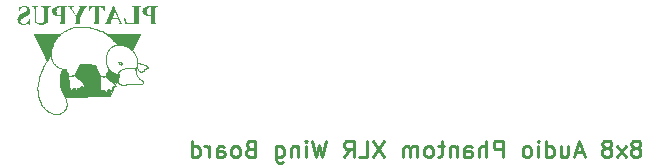
<source format=gbr>
%TF.GenerationSoftware,KiCad,Pcbnew,9.0.0*%
%TF.CreationDate,2025-03-26T12:01:05+11:00*%
%TF.ProjectId,Wing Board XLR Phantom,57696e67-2042-46f6-9172-6420584c5220,rev?*%
%TF.SameCoordinates,Original*%
%TF.FileFunction,Legend,Bot*%
%TF.FilePolarity,Positive*%
%FSLAX46Y46*%
G04 Gerber Fmt 4.6, Leading zero omitted, Abs format (unit mm)*
G04 Created by KiCad (PCBNEW 9.0.0) date 2025-03-26 12:01:05*
%MOMM*%
%LPD*%
G01*
G04 APERTURE LIST*
%ADD10C,0.057755*%
%ADD11C,0.071437*%
%ADD12C,0.228600*%
%ADD13C,0.300000*%
%ADD14C,1.400000*%
%ADD15O,1.400000X1.400000*%
%ADD16C,1.600000*%
%ADD17C,3.400000*%
%ADD18C,2.900000*%
%ADD19R,1.600000X1.600000*%
%ADD20C,3.500001*%
%ADD21R,1.700000X1.700000*%
%ADD22O,1.700000X1.700000*%
%ADD23R,1.650000X1.650000*%
%ADD24C,1.650000*%
G04 APERTURE END LIST*
D10*
X27423412Y-22632786D02*
X27526884Y-22640080D01*
X27629656Y-22650983D01*
X27730306Y-22664955D01*
X27827413Y-22681452D01*
X27919559Y-22699935D01*
X28005321Y-22719860D01*
X28083278Y-22740686D01*
X28152012Y-22761871D01*
X28210100Y-22782875D01*
X28256122Y-22803154D01*
X28258081Y-22837022D01*
X28261379Y-22869842D01*
X28265943Y-22901675D01*
X28271703Y-22932582D01*
X28278588Y-22962622D01*
X28286526Y-22991856D01*
X28295446Y-23020344D01*
X28305276Y-23048147D01*
X28327383Y-23101939D01*
X28352278Y-23153712D01*
X28379389Y-23203952D01*
X28408147Y-23253139D01*
X28468323Y-23350288D01*
X28498600Y-23399215D01*
X28528243Y-23449021D01*
X28556682Y-23500189D01*
X28583346Y-23553200D01*
X28607666Y-23608539D01*
X28618768Y-23637232D01*
X28629070Y-23666687D01*
X28629941Y-23666865D01*
X28630741Y-23667006D01*
X28631495Y-23667121D01*
X28632224Y-23667224D01*
X28632951Y-23667327D01*
X28633700Y-23667444D01*
X28634493Y-23667586D01*
X28635353Y-23667767D01*
X28643203Y-23715862D01*
X28648555Y-23765191D01*
X28651676Y-23815472D01*
X28652831Y-23866424D01*
X28652286Y-23917766D01*
X28650307Y-23969218D01*
X28643109Y-24071324D01*
X28623196Y-24264480D01*
X28614733Y-24351034D01*
X28611805Y-24390822D01*
X28610100Y-24427908D01*
X28610151Y-24464740D01*
X28611265Y-24503954D01*
X28613361Y-24544892D01*
X28616362Y-24586899D01*
X28620187Y-24629317D01*
X28624757Y-24671491D01*
X28629993Y-24712764D01*
X28635815Y-24752480D01*
X28642143Y-24789982D01*
X28648898Y-24824613D01*
X28656001Y-24855717D01*
X28663372Y-24882639D01*
X28670932Y-24904720D01*
X28678602Y-24921305D01*
X28682452Y-24927332D01*
X28686301Y-24931738D01*
X28690136Y-24934442D01*
X28693950Y-24935361D01*
X28698703Y-24936232D01*
X28703347Y-24936348D01*
X28707900Y-24935762D01*
X28712381Y-24934525D01*
X28716809Y-24932689D01*
X28721201Y-24930307D01*
X28725576Y-24927429D01*
X28729952Y-24924108D01*
X28738781Y-24916345D01*
X28747835Y-24907431D01*
X28767204Y-24887813D01*
X28777813Y-24877938D01*
X28783412Y-24873167D01*
X28789233Y-24868574D01*
X28795293Y-24864213D01*
X28801611Y-24860135D01*
X28808206Y-24856392D01*
X28815095Y-24853036D01*
X28822296Y-24850118D01*
X28829829Y-24847691D01*
X28837712Y-24845807D01*
X28845962Y-24844517D01*
X28854599Y-24843873D01*
X28863640Y-24843928D01*
X28873105Y-24844732D01*
X28883010Y-24846339D01*
X28893263Y-24848650D01*
X28903259Y-24851512D01*
X28913008Y-24854888D01*
X28922523Y-24858744D01*
X28931814Y-24863045D01*
X28940894Y-24867756D01*
X28949772Y-24872841D01*
X28958462Y-24878265D01*
X28966973Y-24883994D01*
X28975317Y-24889993D01*
X28991552Y-24902657D01*
X29007257Y-24915978D01*
X29022522Y-24929674D01*
X29052099Y-24957069D01*
X29066592Y-24970208D01*
X29081009Y-24982599D01*
X29095442Y-24993962D01*
X29102692Y-24999171D01*
X29109980Y-25004017D01*
X29117317Y-25008465D01*
X29124715Y-25012482D01*
X29132185Y-25016031D01*
X29139739Y-25019077D01*
X29146501Y-25017813D01*
X29152636Y-25015582D01*
X29158201Y-25012442D01*
X29163250Y-25008455D01*
X29167837Y-25003680D01*
X29172018Y-24998179D01*
X29175848Y-24992011D01*
X29179382Y-24985237D01*
X29185779Y-24970111D01*
X29191649Y-24953285D01*
X29203568Y-24916459D01*
X29210496Y-24897426D01*
X29218654Y-24878622D01*
X29223332Y-24869457D01*
X29228482Y-24860530D01*
X29234160Y-24851902D01*
X29240420Y-24843634D01*
X29247317Y-24835784D01*
X29254907Y-24828415D01*
X29263244Y-24821585D01*
X29272383Y-24815356D01*
X29282379Y-24809788D01*
X29293286Y-24804940D01*
X29305161Y-24800874D01*
X29318057Y-24797650D01*
X29325246Y-24796787D01*
X29333102Y-24796693D01*
X29341581Y-24797313D01*
X29350640Y-24798593D01*
X29370315Y-24802922D01*
X29391771Y-24809247D01*
X29414652Y-24817138D01*
X29438601Y-24826164D01*
X29488281Y-24845895D01*
X29537960Y-24864993D01*
X29561908Y-24873227D01*
X29584789Y-24880010D01*
X29606244Y-24884911D01*
X29616326Y-24886521D01*
X29625918Y-24887499D01*
X29634976Y-24887791D01*
X29643455Y-24887343D01*
X29651310Y-24886101D01*
X29658498Y-24884011D01*
X29662119Y-24882125D01*
X29664921Y-24879520D01*
X29666973Y-24876218D01*
X29668343Y-24872243D01*
X29669099Y-24867618D01*
X29669309Y-24862366D01*
X29668367Y-24850074D01*
X29656434Y-24780471D01*
X29654143Y-24758890D01*
X29653222Y-24736008D01*
X29654216Y-24712011D01*
X29655603Y-24699652D01*
X29657674Y-24687084D01*
X29660497Y-24674330D01*
X29664140Y-24661413D01*
X29668672Y-24648357D01*
X29674162Y-24635184D01*
X29680677Y-24621918D01*
X29688286Y-24608582D01*
X29697056Y-24595200D01*
X29707058Y-24581794D01*
X29710717Y-24577520D01*
X29714446Y-24573479D01*
X29718242Y-24569667D01*
X29722102Y-24566075D01*
X29726022Y-24562699D01*
X29729998Y-24559531D01*
X29738109Y-24553795D01*
X29746408Y-24548817D01*
X29754868Y-24544547D01*
X29763463Y-24540933D01*
X29772167Y-24537926D01*
X29780953Y-24535474D01*
X29789795Y-24533528D01*
X29798667Y-24532035D01*
X29807541Y-24530946D01*
X29816392Y-24530209D01*
X29825193Y-24529775D01*
X29833918Y-24529593D01*
X29842540Y-24529611D01*
X29738310Y-24745872D01*
X29424235Y-25390764D01*
X25610895Y-25391991D01*
X25499459Y-25180604D01*
X25443437Y-25065385D01*
X25416030Y-25003705D01*
X25389285Y-24938666D01*
X25363396Y-24869787D01*
X25338558Y-24796585D01*
X25314965Y-24718576D01*
X25292812Y-24635278D01*
X25272293Y-24546208D01*
X25253602Y-24450884D01*
X25236933Y-24348822D01*
X25222482Y-24239539D01*
X25216874Y-24183025D01*
X25213250Y-24126610D01*
X25211492Y-24070405D01*
X25211482Y-24014522D01*
X25213100Y-23959072D01*
X25216228Y-23904165D01*
X25220748Y-23849913D01*
X25226541Y-23796427D01*
X25241475Y-23692199D01*
X25260081Y-23592368D01*
X25281412Y-23497825D01*
X25304520Y-23409459D01*
X25328458Y-23328158D01*
X25352279Y-23254813D01*
X25375034Y-23190312D01*
X25395777Y-23135544D01*
X25427435Y-23058766D01*
X25439672Y-23031592D01*
X25471575Y-23035394D01*
X25502591Y-23037680D01*
X25533354Y-23038537D01*
X25564498Y-23038052D01*
X25596659Y-23036313D01*
X25630470Y-23033407D01*
X25666566Y-23029420D01*
X25705582Y-23024440D01*
X25704999Y-23045436D01*
X25705670Y-23066469D01*
X25707517Y-23087518D01*
X25710463Y-23108565D01*
X25714429Y-23129590D01*
X25719340Y-23150573D01*
X25725117Y-23171496D01*
X25731684Y-23192339D01*
X25746873Y-23233706D01*
X25764290Y-23274519D01*
X25783313Y-23314623D01*
X25803325Y-23353862D01*
X25880858Y-23499060D01*
X25896516Y-23531643D01*
X25909445Y-23562428D01*
X25919025Y-23591259D01*
X25922366Y-23604894D01*
X25924638Y-23617982D01*
X25934740Y-23748636D01*
X25943611Y-23920106D01*
X25954907Y-24115975D01*
X25972281Y-24319825D01*
X25984389Y-24419613D01*
X25999387Y-24515240D01*
X26017732Y-24604653D01*
X26039880Y-24685800D01*
X26052523Y-24722633D01*
X26066289Y-24756630D01*
X26081233Y-24787534D01*
X26097414Y-24815089D01*
X26114888Y-24839039D01*
X26133713Y-24859126D01*
X26153945Y-24875095D01*
X26175643Y-24886689D01*
X26179636Y-24887594D01*
X26183527Y-24887316D01*
X26187340Y-24885922D01*
X26191098Y-24883479D01*
X26194824Y-24880053D01*
X26198543Y-24875712D01*
X26206054Y-24864548D01*
X26213819Y-24850521D01*
X26222028Y-24834165D01*
X26240538Y-24796602D01*
X26251218Y-24776462D01*
X26263101Y-24756129D01*
X26276376Y-24736135D01*
X26283596Y-24726433D01*
X26291234Y-24717016D01*
X26299316Y-24707951D01*
X26307864Y-24699305D01*
X26316902Y-24691144D01*
X26326455Y-24683535D01*
X26336545Y-24676545D01*
X26347197Y-24670241D01*
X26358434Y-24664689D01*
X26370280Y-24659956D01*
X26382526Y-24656522D01*
X26394444Y-24654752D01*
X26406036Y-24654538D01*
X26417307Y-24655771D01*
X26428262Y-24658345D01*
X26438903Y-24662151D01*
X26449235Y-24667082D01*
X26459262Y-24673030D01*
X26468989Y-24679887D01*
X26478418Y-24687546D01*
X26487554Y-24695899D01*
X26496401Y-24704838D01*
X26513244Y-24724042D01*
X26528979Y-24744299D01*
X26581471Y-24818603D01*
X26592142Y-24831190D01*
X26597131Y-24835992D01*
X26601895Y-24839657D01*
X26606438Y-24842077D01*
X26610764Y-24843143D01*
X26614876Y-24842748D01*
X26618779Y-24840785D01*
X26621498Y-24838565D01*
X26624096Y-24835487D01*
X26626594Y-24831609D01*
X26629015Y-24826991D01*
X26633713Y-24815768D01*
X26638362Y-24802287D01*
X26648214Y-24770437D01*
X26653765Y-24753008D01*
X26659966Y-24735203D01*
X26666989Y-24717493D01*
X26675010Y-24700349D01*
X26679449Y-24692135D01*
X26684202Y-24684239D01*
X26689292Y-24676720D01*
X26694741Y-24669636D01*
X26700569Y-24663046D01*
X26706799Y-24657009D01*
X26713453Y-24651584D01*
X26720553Y-24646829D01*
X26728119Y-24642803D01*
X26736174Y-24639566D01*
X26744741Y-24637175D01*
X26753839Y-24635690D01*
X26762894Y-24635379D01*
X26771817Y-24635926D01*
X26780603Y-24637269D01*
X26789248Y-24639349D01*
X26797747Y-24642105D01*
X26806094Y-24645477D01*
X26814285Y-24649405D01*
X26822314Y-24653827D01*
X26830178Y-24658685D01*
X26837870Y-24663918D01*
X26845386Y-24669465D01*
X26852722Y-24675266D01*
X26866829Y-24687389D01*
X26880153Y-24699805D01*
X26904291Y-24723585D01*
X26915026Y-24733984D01*
X26924819Y-24742746D01*
X26929350Y-24746362D01*
X26933630Y-24749388D01*
X26937656Y-24751763D01*
X26941421Y-24753428D01*
X26944920Y-24754321D01*
X26948150Y-24754383D01*
X26951104Y-24753553D01*
X26953779Y-24751771D01*
X26954647Y-24748302D01*
X26955249Y-24744004D01*
X26955786Y-24733157D01*
X26955141Y-24704073D01*
X26953994Y-24668221D01*
X26953904Y-24648913D01*
X26954495Y-24629301D01*
X26956036Y-24609847D01*
X26958796Y-24591013D01*
X26960717Y-24581973D01*
X26963044Y-24573262D01*
X26965810Y-24564938D01*
X26969048Y-24557057D01*
X26972793Y-24549679D01*
X26977078Y-24542861D01*
X26981936Y-24536660D01*
X26987402Y-24531135D01*
X26993508Y-24526344D01*
X27000288Y-24522343D01*
X27007777Y-24519192D01*
X27016007Y-24516947D01*
X27024734Y-24515768D01*
X27033670Y-24515235D01*
X27042787Y-24515297D01*
X27052060Y-24515903D01*
X27061458Y-24517004D01*
X27070956Y-24518548D01*
X27080525Y-24520485D01*
X27090137Y-24522765D01*
X27109381Y-24528153D01*
X27128466Y-24534308D01*
X27165275Y-24547304D01*
X27182556Y-24553340D01*
X27198791Y-24558529D01*
X27213760Y-24562470D01*
X27220701Y-24563845D01*
X27227242Y-24564758D01*
X27233355Y-24565156D01*
X27239013Y-24564990D01*
X27244189Y-24564209D01*
X27248854Y-24562763D01*
X27252981Y-24560602D01*
X27256542Y-24557675D01*
X27259509Y-24553931D01*
X27261856Y-24549321D01*
X27262913Y-24535721D01*
X27261082Y-24515673D01*
X27256449Y-24489938D01*
X27249101Y-24459282D01*
X27239125Y-24424466D01*
X27226608Y-24386253D01*
X27211637Y-24345408D01*
X27194300Y-24302692D01*
X27174683Y-24258869D01*
X27152874Y-24214702D01*
X27128959Y-24170954D01*
X27103025Y-24128389D01*
X27075160Y-24087769D01*
X27045451Y-24049857D01*
X27013984Y-24015417D01*
X26997619Y-23999737D01*
X26980847Y-23985211D01*
X26945905Y-23957416D01*
X26910157Y-23930601D01*
X26873870Y-23904608D01*
X26837315Y-23879278D01*
X26693788Y-23781436D01*
X26659924Y-23757054D01*
X26627407Y-23732388D01*
X26596503Y-23707280D01*
X26567483Y-23681570D01*
X26540616Y-23655102D01*
X26516171Y-23627717D01*
X26504940Y-23613632D01*
X26494416Y-23599258D01*
X26484631Y-23584576D01*
X26475620Y-23569565D01*
X26471898Y-23570629D01*
X26468020Y-23571610D01*
X26464031Y-23572533D01*
X26459973Y-23573421D01*
X26451833Y-23575186D01*
X26447839Y-23576112D01*
X26443954Y-23577097D01*
X26462497Y-23571941D01*
X26471807Y-23569382D01*
X26481068Y-23566921D01*
X26478273Y-23548296D01*
X26477421Y-23529349D01*
X26478415Y-23510054D01*
X26481155Y-23490388D01*
X26485544Y-23470330D01*
X26491483Y-23449855D01*
X26507617Y-23407561D01*
X26528769Y-23363322D01*
X26554152Y-23316952D01*
X26614460Y-23217074D01*
X26682241Y-23106443D01*
X26716964Y-23046630D01*
X26751194Y-22983572D01*
X26784141Y-22917082D01*
X26815019Y-22846974D01*
X26843040Y-22773063D01*
X26867416Y-22695164D01*
X26905271Y-22681402D01*
X26945260Y-22669423D01*
X27030927Y-22650543D01*
X27122996Y-22637981D01*
X27220047Y-22631195D01*
X27320659Y-22629644D01*
X27423412Y-22632786D01*
G36*
X27423412Y-22632786D02*
G01*
X27526884Y-22640080D01*
X27629656Y-22650983D01*
X27730306Y-22664955D01*
X27827413Y-22681452D01*
X27919559Y-22699935D01*
X28005321Y-22719860D01*
X28083278Y-22740686D01*
X28152012Y-22761871D01*
X28210100Y-22782875D01*
X28256122Y-22803154D01*
X28258081Y-22837022D01*
X28261379Y-22869842D01*
X28265943Y-22901675D01*
X28271703Y-22932582D01*
X28278588Y-22962622D01*
X28286526Y-22991856D01*
X28295446Y-23020344D01*
X28305276Y-23048147D01*
X28327383Y-23101939D01*
X28352278Y-23153712D01*
X28379389Y-23203952D01*
X28408147Y-23253139D01*
X28468323Y-23350288D01*
X28498600Y-23399215D01*
X28528243Y-23449021D01*
X28556682Y-23500189D01*
X28583346Y-23553200D01*
X28607666Y-23608539D01*
X28618768Y-23637232D01*
X28629070Y-23666687D01*
X28629941Y-23666865D01*
X28630741Y-23667006D01*
X28631495Y-23667121D01*
X28632224Y-23667224D01*
X28632951Y-23667327D01*
X28633700Y-23667444D01*
X28634493Y-23667586D01*
X28635353Y-23667767D01*
X28643203Y-23715862D01*
X28648555Y-23765191D01*
X28651676Y-23815472D01*
X28652831Y-23866424D01*
X28652286Y-23917766D01*
X28650307Y-23969218D01*
X28643109Y-24071324D01*
X28623196Y-24264480D01*
X28614733Y-24351034D01*
X28611805Y-24390822D01*
X28610100Y-24427908D01*
X28610151Y-24464740D01*
X28611265Y-24503954D01*
X28613361Y-24544892D01*
X28616362Y-24586899D01*
X28620187Y-24629317D01*
X28624757Y-24671491D01*
X28629993Y-24712764D01*
X28635815Y-24752480D01*
X28642143Y-24789982D01*
X28648898Y-24824613D01*
X28656001Y-24855717D01*
X28663372Y-24882639D01*
X28670932Y-24904720D01*
X28678602Y-24921305D01*
X28682452Y-24927332D01*
X28686301Y-24931738D01*
X28690136Y-24934442D01*
X28693950Y-24935361D01*
X28698703Y-24936232D01*
X28703347Y-24936348D01*
X28707900Y-24935762D01*
X28712381Y-24934525D01*
X28716809Y-24932689D01*
X28721201Y-24930307D01*
X28725576Y-24927429D01*
X28729952Y-24924108D01*
X28738781Y-24916345D01*
X28747835Y-24907431D01*
X28767204Y-24887813D01*
X28777813Y-24877938D01*
X28783412Y-24873167D01*
X28789233Y-24868574D01*
X28795293Y-24864213D01*
X28801611Y-24860135D01*
X28808206Y-24856392D01*
X28815095Y-24853036D01*
X28822296Y-24850118D01*
X28829829Y-24847691D01*
X28837712Y-24845807D01*
X28845962Y-24844517D01*
X28854599Y-24843873D01*
X28863640Y-24843928D01*
X28873105Y-24844732D01*
X28883010Y-24846339D01*
X28893263Y-24848650D01*
X28903259Y-24851512D01*
X28913008Y-24854888D01*
X28922523Y-24858744D01*
X28931814Y-24863045D01*
X28940894Y-24867756D01*
X28949772Y-24872841D01*
X28958462Y-24878265D01*
X28966973Y-24883994D01*
X28975317Y-24889993D01*
X28991552Y-24902657D01*
X29007257Y-24915978D01*
X29022522Y-24929674D01*
X29052099Y-24957069D01*
X29066592Y-24970208D01*
X29081009Y-24982599D01*
X29095442Y-24993962D01*
X29102692Y-24999171D01*
X29109980Y-25004017D01*
X29117317Y-25008465D01*
X29124715Y-25012482D01*
X29132185Y-25016031D01*
X29139739Y-25019077D01*
X29146501Y-25017813D01*
X29152636Y-25015582D01*
X29158201Y-25012442D01*
X29163250Y-25008455D01*
X29167837Y-25003680D01*
X29172018Y-24998179D01*
X29175848Y-24992011D01*
X29179382Y-24985237D01*
X29185779Y-24970111D01*
X29191649Y-24953285D01*
X29203568Y-24916459D01*
X29210496Y-24897426D01*
X29218654Y-24878622D01*
X29223332Y-24869457D01*
X29228482Y-24860530D01*
X29234160Y-24851902D01*
X29240420Y-24843634D01*
X29247317Y-24835784D01*
X29254907Y-24828415D01*
X29263244Y-24821585D01*
X29272383Y-24815356D01*
X29282379Y-24809788D01*
X29293286Y-24804940D01*
X29305161Y-24800874D01*
X29318057Y-24797650D01*
X29325246Y-24796787D01*
X29333102Y-24796693D01*
X29341581Y-24797313D01*
X29350640Y-24798593D01*
X29370315Y-24802922D01*
X29391771Y-24809247D01*
X29414652Y-24817138D01*
X29438601Y-24826164D01*
X29488281Y-24845895D01*
X29537960Y-24864993D01*
X29561908Y-24873227D01*
X29584789Y-24880010D01*
X29606244Y-24884911D01*
X29616326Y-24886521D01*
X29625918Y-24887499D01*
X29634976Y-24887791D01*
X29643455Y-24887343D01*
X29651310Y-24886101D01*
X29658498Y-24884011D01*
X29662119Y-24882125D01*
X29664921Y-24879520D01*
X29666973Y-24876218D01*
X29668343Y-24872243D01*
X29669099Y-24867618D01*
X29669309Y-24862366D01*
X29668367Y-24850074D01*
X29656434Y-24780471D01*
X29654143Y-24758890D01*
X29653222Y-24736008D01*
X29654216Y-24712011D01*
X29655603Y-24699652D01*
X29657674Y-24687084D01*
X29660497Y-24674330D01*
X29664140Y-24661413D01*
X29668672Y-24648357D01*
X29674162Y-24635184D01*
X29680677Y-24621918D01*
X29688286Y-24608582D01*
X29697056Y-24595200D01*
X29707058Y-24581794D01*
X29710717Y-24577520D01*
X29714446Y-24573479D01*
X29718242Y-24569667D01*
X29722102Y-24566075D01*
X29726022Y-24562699D01*
X29729998Y-24559531D01*
X29738109Y-24553795D01*
X29746408Y-24548817D01*
X29754868Y-24544547D01*
X29763463Y-24540933D01*
X29772167Y-24537926D01*
X29780953Y-24535474D01*
X29789795Y-24533528D01*
X29798667Y-24532035D01*
X29807541Y-24530946D01*
X29816392Y-24530209D01*
X29825193Y-24529775D01*
X29833918Y-24529593D01*
X29842540Y-24529611D01*
X29738310Y-24745872D01*
X29424235Y-25390764D01*
X25610895Y-25391991D01*
X25499459Y-25180604D01*
X25443437Y-25065385D01*
X25416030Y-25003705D01*
X25389285Y-24938666D01*
X25363396Y-24869787D01*
X25338558Y-24796585D01*
X25314965Y-24718576D01*
X25292812Y-24635278D01*
X25272293Y-24546208D01*
X25253602Y-24450884D01*
X25236933Y-24348822D01*
X25222482Y-24239539D01*
X25216874Y-24183025D01*
X25213250Y-24126610D01*
X25211492Y-24070405D01*
X25211482Y-24014522D01*
X25213100Y-23959072D01*
X25216228Y-23904165D01*
X25220748Y-23849913D01*
X25226541Y-23796427D01*
X25241475Y-23692199D01*
X25260081Y-23592368D01*
X25281412Y-23497825D01*
X25304520Y-23409459D01*
X25328458Y-23328158D01*
X25352279Y-23254813D01*
X25375034Y-23190312D01*
X25395777Y-23135544D01*
X25427435Y-23058766D01*
X25439672Y-23031592D01*
X25471575Y-23035394D01*
X25502591Y-23037680D01*
X25533354Y-23038537D01*
X25564498Y-23038052D01*
X25596659Y-23036313D01*
X25630470Y-23033407D01*
X25666566Y-23029420D01*
X25705582Y-23024440D01*
X25704999Y-23045436D01*
X25705670Y-23066469D01*
X25707517Y-23087518D01*
X25710463Y-23108565D01*
X25714429Y-23129590D01*
X25719340Y-23150573D01*
X25725117Y-23171496D01*
X25731684Y-23192339D01*
X25746873Y-23233706D01*
X25764290Y-23274519D01*
X25783313Y-23314623D01*
X25803325Y-23353862D01*
X25880858Y-23499060D01*
X25896516Y-23531643D01*
X25909445Y-23562428D01*
X25919025Y-23591259D01*
X25922366Y-23604894D01*
X25924638Y-23617982D01*
X25934740Y-23748636D01*
X25943611Y-23920106D01*
X25954907Y-24115975D01*
X25972281Y-24319825D01*
X25984389Y-24419613D01*
X25999387Y-24515240D01*
X26017732Y-24604653D01*
X26039880Y-24685800D01*
X26052523Y-24722633D01*
X26066289Y-24756630D01*
X26081233Y-24787534D01*
X26097414Y-24815089D01*
X26114888Y-24839039D01*
X26133713Y-24859126D01*
X26153945Y-24875095D01*
X26175643Y-24886689D01*
X26179636Y-24887594D01*
X26183527Y-24887316D01*
X26187340Y-24885922D01*
X26191098Y-24883479D01*
X26194824Y-24880053D01*
X26198543Y-24875712D01*
X26206054Y-24864548D01*
X26213819Y-24850521D01*
X26222028Y-24834165D01*
X26240538Y-24796602D01*
X26251218Y-24776462D01*
X26263101Y-24756129D01*
X26276376Y-24736135D01*
X26283596Y-24726433D01*
X26291234Y-24717016D01*
X26299316Y-24707951D01*
X26307864Y-24699305D01*
X26316902Y-24691144D01*
X26326455Y-24683535D01*
X26336545Y-24676545D01*
X26347197Y-24670241D01*
X26358434Y-24664689D01*
X26370280Y-24659956D01*
X26382526Y-24656522D01*
X26394444Y-24654752D01*
X26406036Y-24654538D01*
X26417307Y-24655771D01*
X26428262Y-24658345D01*
X26438903Y-24662151D01*
X26449235Y-24667082D01*
X26459262Y-24673030D01*
X26468989Y-24679887D01*
X26478418Y-24687546D01*
X26487554Y-24695899D01*
X26496401Y-24704838D01*
X26513244Y-24724042D01*
X26528979Y-24744299D01*
X26581471Y-24818603D01*
X26592142Y-24831190D01*
X26597131Y-24835992D01*
X26601895Y-24839657D01*
X26606438Y-24842077D01*
X26610764Y-24843143D01*
X26614876Y-24842748D01*
X26618779Y-24840785D01*
X26621498Y-24838565D01*
X26624096Y-24835487D01*
X26626594Y-24831609D01*
X26629015Y-24826991D01*
X26633713Y-24815768D01*
X26638362Y-24802287D01*
X26648214Y-24770437D01*
X26653765Y-24753008D01*
X26659966Y-24735203D01*
X26666989Y-24717493D01*
X26675010Y-24700349D01*
X26679449Y-24692135D01*
X26684202Y-24684239D01*
X26689292Y-24676720D01*
X26694741Y-24669636D01*
X26700569Y-24663046D01*
X26706799Y-24657009D01*
X26713453Y-24651584D01*
X26720553Y-24646829D01*
X26728119Y-24642803D01*
X26736174Y-24639566D01*
X26744741Y-24637175D01*
X26753839Y-24635690D01*
X26762894Y-24635379D01*
X26771817Y-24635926D01*
X26780603Y-24637269D01*
X26789248Y-24639349D01*
X26797747Y-24642105D01*
X26806094Y-24645477D01*
X26814285Y-24649405D01*
X26822314Y-24653827D01*
X26830178Y-24658685D01*
X26837870Y-24663918D01*
X26845386Y-24669465D01*
X26852722Y-24675266D01*
X26866829Y-24687389D01*
X26880153Y-24699805D01*
X26904291Y-24723585D01*
X26915026Y-24733984D01*
X26924819Y-24742746D01*
X26929350Y-24746362D01*
X26933630Y-24749388D01*
X26937656Y-24751763D01*
X26941421Y-24753428D01*
X26944920Y-24754321D01*
X26948150Y-24754383D01*
X26951104Y-24753553D01*
X26953779Y-24751771D01*
X26954647Y-24748302D01*
X26955249Y-24744004D01*
X26955786Y-24733157D01*
X26955141Y-24704073D01*
X26953994Y-24668221D01*
X26953904Y-24648913D01*
X26954495Y-24629301D01*
X26956036Y-24609847D01*
X26958796Y-24591013D01*
X26960717Y-24581973D01*
X26963044Y-24573262D01*
X26965810Y-24564938D01*
X26969048Y-24557057D01*
X26972793Y-24549679D01*
X26977078Y-24542861D01*
X26981936Y-24536660D01*
X26987402Y-24531135D01*
X26993508Y-24526344D01*
X27000288Y-24522343D01*
X27007777Y-24519192D01*
X27016007Y-24516947D01*
X27024734Y-24515768D01*
X27033670Y-24515235D01*
X27042787Y-24515297D01*
X27052060Y-24515903D01*
X27061458Y-24517004D01*
X27070956Y-24518548D01*
X27080525Y-24520485D01*
X27090137Y-24522765D01*
X27109381Y-24528153D01*
X27128466Y-24534308D01*
X27165275Y-24547304D01*
X27182556Y-24553340D01*
X27198791Y-24558529D01*
X27213760Y-24562470D01*
X27220701Y-24563845D01*
X27227242Y-24564758D01*
X27233355Y-24565156D01*
X27239013Y-24564990D01*
X27244189Y-24564209D01*
X27248854Y-24562763D01*
X27252981Y-24560602D01*
X27256542Y-24557675D01*
X27259509Y-24553931D01*
X27261856Y-24549321D01*
X27262913Y-24535721D01*
X27261082Y-24515673D01*
X27256449Y-24489938D01*
X27249101Y-24459282D01*
X27239125Y-24424466D01*
X27226608Y-24386253D01*
X27211637Y-24345408D01*
X27194300Y-24302692D01*
X27174683Y-24258869D01*
X27152874Y-24214702D01*
X27128959Y-24170954D01*
X27103025Y-24128389D01*
X27075160Y-24087769D01*
X27045451Y-24049857D01*
X27013984Y-24015417D01*
X26997619Y-23999737D01*
X26980847Y-23985211D01*
X26945905Y-23957416D01*
X26910157Y-23930601D01*
X26873870Y-23904608D01*
X26837315Y-23879278D01*
X26693788Y-23781436D01*
X26659924Y-23757054D01*
X26627407Y-23732388D01*
X26596503Y-23707280D01*
X26567483Y-23681570D01*
X26540616Y-23655102D01*
X26516171Y-23627717D01*
X26504940Y-23613632D01*
X26494416Y-23599258D01*
X26484631Y-23584576D01*
X26475620Y-23569565D01*
X26471898Y-23570629D01*
X26468020Y-23571610D01*
X26464031Y-23572533D01*
X26459973Y-23573421D01*
X26451833Y-23575186D01*
X26447839Y-23576112D01*
X26443954Y-23577097D01*
X26462497Y-23571941D01*
X26471807Y-23569382D01*
X26481068Y-23566921D01*
X26478273Y-23548296D01*
X26477421Y-23529349D01*
X26478415Y-23510054D01*
X26481155Y-23490388D01*
X26485544Y-23470330D01*
X26491483Y-23449855D01*
X26507617Y-23407561D01*
X26528769Y-23363322D01*
X26554152Y-23316952D01*
X26614460Y-23217074D01*
X26682241Y-23106443D01*
X26716964Y-23046630D01*
X26751194Y-22983572D01*
X26784141Y-22917082D01*
X26815019Y-22846974D01*
X26843040Y-22773063D01*
X26867416Y-22695164D01*
X26905271Y-22681402D01*
X26945260Y-22669423D01*
X27030927Y-22650543D01*
X27122996Y-22637981D01*
X27220047Y-22631195D01*
X27320659Y-22629644D01*
X27423412Y-22632786D01*
G37*
X29397966Y-23092605D02*
X29435704Y-23132805D01*
X29475973Y-23172087D01*
X29518824Y-23210395D01*
X29564311Y-23247676D01*
X29612485Y-23283876D01*
X29663398Y-23318941D01*
X29717102Y-23352817D01*
X29773650Y-23385449D01*
X29833093Y-23416783D01*
X29895483Y-23446766D01*
X29960873Y-23475343D01*
X30029315Y-23502460D01*
X30100860Y-23528063D01*
X30175561Y-23552097D01*
X30253471Y-23574509D01*
X30252985Y-23580297D01*
X30252898Y-23581023D01*
X30252793Y-23581752D01*
X30252663Y-23582485D01*
X30252507Y-23583222D01*
X30252319Y-23583964D01*
X30252096Y-23584711D01*
X30251833Y-23585465D01*
X30251527Y-23586226D01*
X30195528Y-23707949D01*
X30170613Y-23763270D01*
X30148479Y-23815446D01*
X30138624Y-23840482D01*
X30129668Y-23864886D01*
X30121679Y-23888708D01*
X30114724Y-23912001D01*
X30108872Y-23934815D01*
X30104189Y-23957202D01*
X30100745Y-23979213D01*
X30098607Y-24000900D01*
X29925736Y-24356972D01*
X29897824Y-24415013D01*
X29866747Y-24378239D01*
X29829453Y-24338200D01*
X29786781Y-24295356D01*
X29739572Y-24250165D01*
X29634904Y-24154581D01*
X29522169Y-24055120D01*
X29299385Y-23859265D01*
X29202777Y-23770216D01*
X29161111Y-23729518D01*
X29125112Y-23692111D01*
X29125671Y-23692024D01*
X29126320Y-23691939D01*
X29126941Y-23691871D01*
X29127550Y-23691813D01*
X29128787Y-23691711D01*
X29129444Y-23691655D01*
X29130146Y-23691588D01*
X29129341Y-23662407D01*
X29129435Y-23634532D01*
X29130390Y-23607891D01*
X29132167Y-23582414D01*
X29134730Y-23558027D01*
X29138040Y-23534662D01*
X29142060Y-23512246D01*
X29146753Y-23490708D01*
X29152079Y-23469977D01*
X29158002Y-23449982D01*
X29164484Y-23430651D01*
X29171487Y-23411913D01*
X29186906Y-23375933D01*
X29203956Y-23341472D01*
X29222336Y-23307959D01*
X29241744Y-23274826D01*
X29282437Y-23207418D01*
X29303118Y-23172004D01*
X29323619Y-23134690D01*
X29343639Y-23094907D01*
X29362875Y-23052085D01*
X29362706Y-23051541D01*
X29397966Y-23092605D01*
G36*
X29397966Y-23092605D02*
G01*
X29435704Y-23132805D01*
X29475973Y-23172087D01*
X29518824Y-23210395D01*
X29564311Y-23247676D01*
X29612485Y-23283876D01*
X29663398Y-23318941D01*
X29717102Y-23352817D01*
X29773650Y-23385449D01*
X29833093Y-23416783D01*
X29895483Y-23446766D01*
X29960873Y-23475343D01*
X30029315Y-23502460D01*
X30100860Y-23528063D01*
X30175561Y-23552097D01*
X30253471Y-23574509D01*
X30252985Y-23580297D01*
X30252898Y-23581023D01*
X30252793Y-23581752D01*
X30252663Y-23582485D01*
X30252507Y-23583222D01*
X30252319Y-23583964D01*
X30252096Y-23584711D01*
X30251833Y-23585465D01*
X30251527Y-23586226D01*
X30195528Y-23707949D01*
X30170613Y-23763270D01*
X30148479Y-23815446D01*
X30138624Y-23840482D01*
X30129668Y-23864886D01*
X30121679Y-23888708D01*
X30114724Y-23912001D01*
X30108872Y-23934815D01*
X30104189Y-23957202D01*
X30100745Y-23979213D01*
X30098607Y-24000900D01*
X29925736Y-24356972D01*
X29897824Y-24415013D01*
X29866747Y-24378239D01*
X29829453Y-24338200D01*
X29786781Y-24295356D01*
X29739572Y-24250165D01*
X29634904Y-24154581D01*
X29522169Y-24055120D01*
X29299385Y-23859265D01*
X29202777Y-23770216D01*
X29161111Y-23729518D01*
X29125112Y-23692111D01*
X29125671Y-23692024D01*
X29126320Y-23691939D01*
X29126941Y-23691871D01*
X29127550Y-23691813D01*
X29128787Y-23691711D01*
X29129444Y-23691655D01*
X29130146Y-23691588D01*
X29129341Y-23662407D01*
X29129435Y-23634532D01*
X29130390Y-23607891D01*
X29132167Y-23582414D01*
X29134730Y-23558027D01*
X29138040Y-23534662D01*
X29142060Y-23512246D01*
X29146753Y-23490708D01*
X29152079Y-23469977D01*
X29158002Y-23449982D01*
X29164484Y-23430651D01*
X29171487Y-23411913D01*
X29186906Y-23375933D01*
X29203956Y-23341472D01*
X29222336Y-23307959D01*
X29241744Y-23274826D01*
X29282437Y-23207418D01*
X29303118Y-23172004D01*
X29323619Y-23134690D01*
X29343639Y-23094907D01*
X29362875Y-23052085D01*
X29362706Y-23051541D01*
X29397966Y-23092605D01*
G37*
D11*
X30240781Y-22434512D02*
X30246173Y-22435067D01*
X30251728Y-22435908D01*
X30257437Y-22437037D01*
X30263290Y-22438454D01*
X30269279Y-22440161D01*
X30275393Y-22442159D01*
X30281623Y-22444448D01*
X30287960Y-22447029D01*
X30294395Y-22449904D01*
X30300917Y-22453074D01*
X30307519Y-22456539D01*
X30314189Y-22460301D01*
X30320920Y-22464360D01*
X30327700Y-22468718D01*
X30334522Y-22473375D01*
X30334522Y-22473383D01*
X30347907Y-22482825D01*
X30360670Y-22492871D01*
X30372761Y-22503432D01*
X30384128Y-22514416D01*
X30394718Y-22525731D01*
X30404482Y-22537288D01*
X30413366Y-22548995D01*
X30421321Y-22560761D01*
X30428294Y-22572496D01*
X30434234Y-22584108D01*
X30439090Y-22595506D01*
X30442810Y-22606600D01*
X30444228Y-22612005D01*
X30445342Y-22617299D01*
X30446147Y-22622471D01*
X30446636Y-22627511D01*
X30446802Y-22632406D01*
X30446639Y-22637146D01*
X30446140Y-22641719D01*
X30445300Y-22646113D01*
X30444123Y-22650525D01*
X30442623Y-22654652D01*
X30440809Y-22658493D01*
X30438690Y-22662048D01*
X30436277Y-22665317D01*
X30433578Y-22668298D01*
X30430603Y-22670992D01*
X30427361Y-22673398D01*
X30423862Y-22675515D01*
X30420115Y-22677343D01*
X30416130Y-22678881D01*
X30411915Y-22680129D01*
X30407481Y-22681087D01*
X30402836Y-22681753D01*
X30397991Y-22682128D01*
X30392954Y-22682211D01*
X30387735Y-22682001D01*
X30382343Y-22681499D01*
X30376788Y-22680702D01*
X30371079Y-22679612D01*
X30365226Y-22678227D01*
X30359238Y-22676547D01*
X30353123Y-22674571D01*
X30346893Y-22672300D01*
X30340556Y-22669731D01*
X30334121Y-22666866D01*
X30327598Y-22663704D01*
X30320997Y-22660243D01*
X30314326Y-22656484D01*
X30307596Y-22652426D01*
X30300815Y-22648068D01*
X30293993Y-22643410D01*
X30280608Y-22633968D01*
X30267844Y-22623916D01*
X30255754Y-22613343D01*
X30244387Y-22602335D01*
X30233797Y-22590979D01*
X30224033Y-22579362D01*
X30215148Y-22567572D01*
X30207194Y-22555694D01*
X30200220Y-22543816D01*
X30194280Y-22532025D01*
X30189425Y-22520408D01*
X30185705Y-22509052D01*
X30184287Y-22503500D01*
X30183173Y-22498044D01*
X30182368Y-22492698D01*
X30181879Y-22487471D01*
X30181713Y-22482375D01*
X30181876Y-22477420D01*
X30182374Y-22472617D01*
X30183215Y-22467978D01*
X30184392Y-22463811D01*
X30185892Y-22459914D01*
X30187706Y-22456288D01*
X30189825Y-22452934D01*
X30192238Y-22449853D01*
X30194937Y-22447045D01*
X30197912Y-22444512D01*
X30201154Y-22442255D01*
X30204653Y-22440275D01*
X30208400Y-22438572D01*
X30212386Y-22437148D01*
X30216600Y-22436004D01*
X30221035Y-22435140D01*
X30225679Y-22434558D01*
X30230525Y-22434259D01*
X30235562Y-22434243D01*
X30240781Y-22434512D01*
X31848623Y-22538500D02*
X31903752Y-22559060D01*
X31963338Y-22578712D01*
X32026379Y-22597916D01*
X32158821Y-22636835D01*
X32226219Y-22657475D01*
X32293067Y-22679518D01*
X32358364Y-22703427D01*
X32421108Y-22729664D01*
X32480298Y-22758693D01*
X32508247Y-22774398D01*
X32534932Y-22790975D01*
X32560228Y-22808481D01*
X32584009Y-22826974D01*
X32606151Y-22846511D01*
X32626528Y-22867151D01*
X32645016Y-22888952D01*
X32661488Y-22911970D01*
X32675820Y-22936264D01*
X32687886Y-22961893D01*
X32689277Y-22965492D01*
X32689926Y-22968235D01*
X32689868Y-22970182D01*
X32689137Y-22971395D01*
X32687766Y-22971933D01*
X32685790Y-22971858D01*
X32680160Y-22970112D01*
X32640264Y-22950755D01*
X32627312Y-22945253D01*
X32613714Y-22940460D01*
X32606759Y-22938480D01*
X32599745Y-22936860D01*
X32592706Y-22935660D01*
X32585677Y-22934941D01*
X32578691Y-22934763D01*
X32571782Y-22935188D01*
X32564986Y-22936277D01*
X32558335Y-22938089D01*
X32551865Y-22940686D01*
X32545608Y-22944128D01*
X32539600Y-22948477D01*
X32533875Y-22953793D01*
X32528615Y-22959787D01*
X32523959Y-22965627D01*
X32519879Y-22971316D01*
X32516347Y-22976860D01*
X32513332Y-22982260D01*
X32510808Y-22987523D01*
X32508744Y-22992651D01*
X32507113Y-22997649D01*
X32505886Y-23002520D01*
X32505033Y-23007268D01*
X32504527Y-23011898D01*
X32504339Y-23016414D01*
X32504439Y-23020818D01*
X32504800Y-23025116D01*
X32505392Y-23029311D01*
X32506187Y-23033407D01*
X32507156Y-23037409D01*
X32508270Y-23041319D01*
X32510821Y-23048883D01*
X32516404Y-23063094D01*
X32518978Y-23069805D01*
X32521101Y-23076294D01*
X32521922Y-23079465D01*
X32522543Y-23082593D01*
X32522937Y-23085682D01*
X32523075Y-23088735D01*
X32523047Y-23091401D01*
X32522472Y-23093360D01*
X32521372Y-23094665D01*
X32519771Y-23095367D01*
X32517691Y-23095521D01*
X32515154Y-23095177D01*
X32508804Y-23093207D01*
X32469711Y-23075917D01*
X32457424Y-23071338D01*
X32444496Y-23067493D01*
X32437849Y-23065978D01*
X32431109Y-23064804D01*
X32424300Y-23064022D01*
X32417445Y-23063687D01*
X32410566Y-23063850D01*
X32403686Y-23064563D01*
X32396828Y-23065880D01*
X32390015Y-23067851D01*
X32383268Y-23070530D01*
X32376612Y-23073970D01*
X32370068Y-23078221D01*
X32363660Y-23083338D01*
X32357473Y-23089157D01*
X32352052Y-23094970D01*
X32347360Y-23100773D01*
X32343357Y-23106559D01*
X32340002Y-23112323D01*
X32337258Y-23118061D01*
X32335082Y-23123765D01*
X32333438Y-23129432D01*
X32332284Y-23135055D01*
X32331581Y-23140629D01*
X32331289Y-23146148D01*
X32331370Y-23151608D01*
X32331783Y-23157002D01*
X32332489Y-23162326D01*
X32333448Y-23167574D01*
X32334621Y-23172740D01*
X32337450Y-23182806D01*
X32340659Y-23192481D01*
X32346950Y-23210483D01*
X32349399Y-23218722D01*
X32350311Y-23222633D01*
X32350962Y-23226397D01*
X32351312Y-23230009D01*
X32351321Y-23233463D01*
X32350951Y-23236754D01*
X32350162Y-23239877D01*
X32348561Y-23243238D01*
X32346318Y-23245769D01*
X32343472Y-23247522D01*
X32340061Y-23248553D01*
X32336123Y-23248916D01*
X32331697Y-23248665D01*
X32326823Y-23247855D01*
X32321537Y-23246539D01*
X32309889Y-23242611D01*
X32297062Y-23237315D01*
X32269103Y-23224358D01*
X32240132Y-23211149D01*
X32226038Y-23205536D01*
X32212616Y-23201165D01*
X32206255Y-23199581D01*
X32200177Y-23198470D01*
X32194422Y-23197887D01*
X32189028Y-23197887D01*
X32184033Y-23198522D01*
X32179478Y-23199849D01*
X32175399Y-23201921D01*
X32171835Y-23204792D01*
X32168466Y-23208158D01*
X32165437Y-23211670D01*
X32162727Y-23215315D01*
X32160311Y-23219082D01*
X32158166Y-23222957D01*
X32156269Y-23226929D01*
X32154597Y-23230984D01*
X32153126Y-23235111D01*
X32150697Y-23243531D01*
X32148793Y-23252089D01*
X32145823Y-23269226D01*
X32144383Y-23277606D01*
X32142726Y-23285730D01*
X32140666Y-23293498D01*
X32139426Y-23297217D01*
X32138015Y-23300811D01*
X32136411Y-23304266D01*
X32134589Y-23307571D01*
X32132527Y-23310713D01*
X32130201Y-23313679D01*
X32127588Y-23316458D01*
X32124665Y-23319036D01*
X32121408Y-23321402D01*
X32117795Y-23323543D01*
X32112085Y-23325164D01*
X32105139Y-23325028D01*
X32097035Y-23323229D01*
X32087852Y-23319863D01*
X32077667Y-23315021D01*
X32066560Y-23308799D01*
X32041888Y-23292588D01*
X32014461Y-23271982D01*
X31984905Y-23247730D01*
X31953845Y-23220584D01*
X31921906Y-23191295D01*
X31857894Y-23129294D01*
X31797871Y-23067736D01*
X31746841Y-23012630D01*
X31709806Y-22969984D01*
X31709789Y-22969984D01*
X31718241Y-22947399D01*
X31726365Y-22923271D01*
X31734148Y-22897768D01*
X31741580Y-22871054D01*
X31755338Y-22814662D01*
X31767545Y-22755422D01*
X31778105Y-22694665D01*
X31786923Y-22633717D01*
X31793903Y-22573909D01*
X31798951Y-22516567D01*
X31848623Y-22538500D01*
X27100989Y-19465992D02*
X27236967Y-19472795D01*
X27379245Y-19485153D01*
X27526780Y-19503228D01*
X27678526Y-19527181D01*
X27833438Y-19557175D01*
X27990472Y-19593372D01*
X28148583Y-19635934D01*
X28306725Y-19685024D01*
X28463853Y-19740802D01*
X28618924Y-19803432D01*
X28770892Y-19873076D01*
X28918712Y-19949895D01*
X28979364Y-19984749D01*
X29036828Y-20019954D01*
X29091302Y-20055464D01*
X29142987Y-20091235D01*
X29238785Y-20163377D01*
X29325816Y-20236022D01*
X29405675Y-20308809D01*
X29479958Y-20381379D01*
X29618173Y-20524427D01*
X29685296Y-20594186D01*
X29753222Y-20662288D01*
X29823547Y-20728374D01*
X29897865Y-20792084D01*
X29977772Y-20853059D01*
X30020319Y-20882408D01*
X30064862Y-20910938D01*
X30111599Y-20938604D01*
X30160730Y-20965361D01*
X30212455Y-20991165D01*
X30266973Y-21015970D01*
X30207010Y-21008258D01*
X30148705Y-21004251D01*
X30092055Y-21003792D01*
X30037056Y-21006729D01*
X29983703Y-21012905D01*
X29931992Y-21022166D01*
X29881920Y-21034358D01*
X29833483Y-21049326D01*
X29786676Y-21066915D01*
X29741496Y-21086970D01*
X29697939Y-21109338D01*
X29656000Y-21133862D01*
X29615677Y-21160389D01*
X29576964Y-21188763D01*
X29539858Y-21218831D01*
X29504355Y-21250437D01*
X29438142Y-21317645D01*
X29378293Y-21389151D01*
X29324777Y-21463717D01*
X29277562Y-21540106D01*
X29236616Y-21617080D01*
X29201907Y-21693401D01*
X29173405Y-21767832D01*
X29151077Y-21839137D01*
X29131265Y-21914273D01*
X29114553Y-21989849D01*
X29101189Y-22065796D01*
X29091423Y-22142047D01*
X29085504Y-22218536D01*
X29083681Y-22295195D01*
X29086205Y-22371957D01*
X29093323Y-22448754D01*
X29105286Y-22525520D01*
X29122342Y-22602187D01*
X29144742Y-22678687D01*
X29172735Y-22754954D01*
X29206569Y-22830921D01*
X29246495Y-22906520D01*
X29292761Y-22981683D01*
X29345617Y-23056345D01*
X29326536Y-23099047D01*
X29306956Y-23138492D01*
X29287138Y-23175281D01*
X29267345Y-23210013D01*
X29228874Y-23275715D01*
X29210719Y-23307886D01*
X29193632Y-23340405D01*
X29177876Y-23373873D01*
X29163711Y-23408890D01*
X29157306Y-23427168D01*
X29151398Y-23446059D01*
X29146017Y-23465637D01*
X29141198Y-23485979D01*
X29136973Y-23507158D01*
X29133374Y-23529251D01*
X29130433Y-23552332D01*
X29128185Y-23576477D01*
X29126661Y-23601761D01*
X29125893Y-23628258D01*
X29125916Y-23656044D01*
X29126760Y-23685194D01*
X29061164Y-23691586D01*
X29002217Y-23696332D01*
X28946943Y-23699053D01*
X28919754Y-23699536D01*
X28892366Y-23699369D01*
X28864409Y-23698507D01*
X28835510Y-23696901D01*
X28805296Y-23694504D01*
X28773397Y-23691269D01*
X28739439Y-23687148D01*
X28703052Y-23682093D01*
X28621498Y-23668995D01*
X28611195Y-23639539D01*
X28600093Y-23610845D01*
X28575776Y-23555502D01*
X28549115Y-23502484D01*
X28520682Y-23451309D01*
X28491045Y-23401494D01*
X28460775Y-23352556D01*
X28400615Y-23255385D01*
X28371865Y-23206187D01*
X28344761Y-23155937D01*
X28319874Y-23104153D01*
X28297773Y-23050354D01*
X28287946Y-23022547D01*
X28279029Y-22994055D01*
X28271093Y-22964818D01*
X28264211Y-22934776D01*
X28258452Y-22903868D01*
X28253889Y-22872034D01*
X28250592Y-22839213D01*
X28248633Y-22805346D01*
X28202610Y-22785067D01*
X28144519Y-22764065D01*
X28075781Y-22742881D01*
X27997818Y-22722056D01*
X27912049Y-22702134D01*
X27819896Y-22683655D01*
X27722781Y-22667160D01*
X27622122Y-22653192D01*
X27519343Y-22642291D01*
X27415863Y-22635001D01*
X27313103Y-22631861D01*
X27212484Y-22633415D01*
X27115428Y-22640202D01*
X27023354Y-22652766D01*
X26937684Y-22671648D01*
X26897695Y-22683627D01*
X26859839Y-22697389D01*
X26859841Y-22697397D01*
X26835466Y-22775296D01*
X26807444Y-22849206D01*
X26776566Y-22919313D01*
X26743617Y-22985802D01*
X26709386Y-23048860D01*
X26674660Y-23108671D01*
X26606875Y-23219300D01*
X26546562Y-23319175D01*
X26521177Y-23365545D01*
X26500022Y-23409783D01*
X26483886Y-23452077D01*
X26477947Y-23472552D01*
X26473557Y-23492611D01*
X26470815Y-23512277D01*
X26469821Y-23531572D01*
X26470672Y-23550520D01*
X26473467Y-23569145D01*
X26363364Y-23599340D01*
X26305336Y-23613931D01*
X26274857Y-23620546D01*
X26243128Y-23626497D01*
X26209942Y-23631626D01*
X26175094Y-23635774D01*
X26138378Y-23638783D01*
X26099588Y-23640495D01*
X26058518Y-23640753D01*
X26014963Y-23639398D01*
X25968716Y-23636271D01*
X25919572Y-23631215D01*
X25918186Y-23618260D01*
X25915601Y-23604708D01*
X25911902Y-23590583D01*
X25907173Y-23575904D01*
X25894960Y-23544973D01*
X25879637Y-23512085D01*
X25861875Y-23477410D01*
X25842348Y-23441118D01*
X25800689Y-23364362D01*
X25779904Y-23324238D01*
X25760044Y-23283178D01*
X25741783Y-23241350D01*
X25725794Y-23198926D01*
X25718861Y-23177543D01*
X25712749Y-23156074D01*
X25707542Y-23134541D01*
X25703322Y-23112965D01*
X25700176Y-23091368D01*
X25698186Y-23069770D01*
X25697437Y-23048192D01*
X25698013Y-23026657D01*
X25657646Y-23031647D01*
X25619388Y-23035455D01*
X25582880Y-23038037D01*
X25547761Y-23039351D01*
X25513671Y-23039352D01*
X25480250Y-23037997D01*
X25447137Y-23035243D01*
X25413973Y-23031046D01*
X25380398Y-23025362D01*
X25346050Y-23018148D01*
X25310571Y-23009360D01*
X25273600Y-22998956D01*
X25234776Y-22986890D01*
X25193739Y-22973121D01*
X25150131Y-22957604D01*
X25103589Y-22940296D01*
X25070840Y-22926189D01*
X25037532Y-22909227D01*
X25003802Y-22889496D01*
X24969786Y-22867084D01*
X24935621Y-22842076D01*
X24901445Y-22814559D01*
X24867395Y-22784619D01*
X24833608Y-22752343D01*
X24800220Y-22717818D01*
X24767369Y-22681130D01*
X24735192Y-22642365D01*
X24703826Y-22601610D01*
X24673407Y-22558951D01*
X24644074Y-22514476D01*
X24615963Y-22468269D01*
X24589210Y-22420419D01*
X24563954Y-22371011D01*
X24540331Y-22320131D01*
X24518478Y-22267867D01*
X24498532Y-22214305D01*
X24480631Y-22159531D01*
X24464911Y-22103631D01*
X24451509Y-22046693D01*
X24440562Y-21988803D01*
X24432208Y-21930047D01*
X24426584Y-21870512D01*
X24423826Y-21810283D01*
X24424071Y-21749449D01*
X24427457Y-21688094D01*
X24434121Y-21626307D01*
X24444200Y-21564172D01*
X24457830Y-21501777D01*
X24497012Y-21356617D01*
X24544323Y-21207489D01*
X24600801Y-21055798D01*
X24667483Y-20902954D01*
X24745404Y-20750362D01*
X24835604Y-20599431D01*
X24939117Y-20451568D01*
X24996191Y-20379226D01*
X25056982Y-20308180D01*
X25121620Y-20238604D01*
X25190235Y-20170675D01*
X25262957Y-20104568D01*
X25339914Y-20040460D01*
X25421237Y-19978526D01*
X25507055Y-19918943D01*
X25597498Y-19861886D01*
X25692695Y-19807531D01*
X25792776Y-19756054D01*
X25897871Y-19707631D01*
X26008109Y-19662438D01*
X26123620Y-19620651D01*
X26244534Y-19582446D01*
X26370980Y-19547999D01*
X26503088Y-19517485D01*
X26640987Y-19491081D01*
X26741311Y-19477288D01*
X26852116Y-19468400D01*
X26972357Y-19464581D01*
X27100989Y-19465992D01*
D10*
X29125112Y-23692111D02*
X29124980Y-23692132D01*
X29124989Y-23691983D01*
X29125112Y-23692111D01*
G36*
X29125112Y-23692111D02*
G01*
X29124980Y-23692132D01*
X29124989Y-23691983D01*
X29125112Y-23692111D01*
G37*
X25234787Y-20115201D02*
X25234779Y-20115201D01*
X25234788Y-20115193D01*
X25234787Y-20115201D01*
G36*
X25234787Y-20115201D02*
G01*
X25234779Y-20115201D01*
X25234788Y-20115193D01*
X25234787Y-20115201D01*
G37*
X31319530Y-21475574D02*
X31262946Y-21420238D01*
X31204021Y-21368316D01*
X31142946Y-21319814D01*
X31079913Y-21274738D01*
X31015113Y-21233092D01*
X30948739Y-21194881D01*
X30880983Y-21160111D01*
X30812035Y-21128787D01*
X30742087Y-21100914D01*
X30671332Y-21076497D01*
X30599961Y-21055542D01*
X30528165Y-21038052D01*
X30456136Y-21024034D01*
X30384067Y-21013493D01*
X30312148Y-21006433D01*
X30240571Y-21002860D01*
X30240571Y-21002869D01*
X30196436Y-20981961D01*
X30154156Y-20960380D01*
X30113619Y-20938153D01*
X30074714Y-20915304D01*
X30001345Y-20867843D01*
X29933151Y-20818200D01*
X29869230Y-20766580D01*
X29808685Y-20713185D01*
X29750614Y-20658219D01*
X29694119Y-20601885D01*
X29465898Y-20366935D01*
X29403785Y-20306811D01*
X29337849Y-20246540D01*
X29267191Y-20186323D01*
X29190912Y-20126366D01*
X31976973Y-20121752D01*
X31319530Y-21475574D01*
G36*
X31319530Y-21475574D02*
G01*
X31262946Y-21420238D01*
X31204021Y-21368316D01*
X31142946Y-21319814D01*
X31079913Y-21274738D01*
X31015113Y-21233092D01*
X30948739Y-21194881D01*
X30880983Y-21160111D01*
X30812035Y-21128787D01*
X30742087Y-21100914D01*
X30671332Y-21076497D01*
X30599961Y-21055542D01*
X30528165Y-21038052D01*
X30456136Y-21024034D01*
X30384067Y-21013493D01*
X30312148Y-21006433D01*
X30240571Y-21002860D01*
X30240571Y-21002869D01*
X30196436Y-20981961D01*
X30154156Y-20960380D01*
X30113619Y-20938153D01*
X30074714Y-20915304D01*
X30001345Y-20867843D01*
X29933151Y-20818200D01*
X29869230Y-20766580D01*
X29808685Y-20713185D01*
X29750614Y-20658219D01*
X29694119Y-20601885D01*
X29465898Y-20366935D01*
X29403785Y-20306811D01*
X29337849Y-20246540D01*
X29267191Y-20186323D01*
X29190912Y-20126366D01*
X31976973Y-20121752D01*
X31319530Y-21475574D01*
G37*
D11*
X28692894Y-23673133D02*
X28754030Y-23682628D01*
X28811810Y-23690793D01*
X28839906Y-23693971D01*
X28867722Y-23696332D01*
X28895442Y-23697712D01*
X28923254Y-23697949D01*
X28951342Y-23696882D01*
X28979894Y-23694349D01*
X29009094Y-23690187D01*
X29039130Y-23684234D01*
X29070187Y-23676328D01*
X29102451Y-23666308D01*
X29147121Y-23714048D01*
X29201821Y-23767496D01*
X29333550Y-23887281D01*
X29632029Y-24148738D01*
X29767748Y-24273458D01*
X29825439Y-24330607D01*
X29873767Y-24382870D01*
X29910790Y-24429187D01*
X29924457Y-24449784D01*
X29934571Y-24468498D01*
X29940889Y-24485196D01*
X29943169Y-24499744D01*
X29941168Y-24512012D01*
X29934645Y-24521866D01*
X29931095Y-24524870D01*
X29927048Y-24527337D01*
X29922528Y-24529312D01*
X29917563Y-24530843D01*
X29912175Y-24531976D01*
X29906392Y-24532759D01*
X29893736Y-24533462D01*
X29832310Y-24531650D01*
X29815261Y-24531918D01*
X29797939Y-24533226D01*
X29789239Y-24534388D01*
X29780546Y-24535950D01*
X29771886Y-24537960D01*
X29763284Y-24540464D01*
X29754764Y-24543511D01*
X29746354Y-24547146D01*
X29738076Y-24551416D01*
X29729958Y-24556369D01*
X29722024Y-24562051D01*
X29714298Y-24568510D01*
X29706808Y-24575792D01*
X29699577Y-24583944D01*
X29689576Y-24597350D01*
X29680805Y-24610734D01*
X29673195Y-24624070D01*
X29666679Y-24637337D01*
X29661188Y-24650511D01*
X29656654Y-24663569D01*
X29653008Y-24676488D01*
X29650183Y-24689244D01*
X29648110Y-24701814D01*
X29646720Y-24714175D01*
X29645719Y-24738177D01*
X29646633Y-24761064D01*
X29648917Y-24782651D01*
X29660823Y-24852273D01*
X29661760Y-24864569D01*
X29661548Y-24869823D01*
X29660790Y-24874449D01*
X29659419Y-24878425D01*
X29657366Y-24881728D01*
X29654563Y-24884334D01*
X29650942Y-24886219D01*
X29643754Y-24888309D01*
X29635898Y-24889551D01*
X29627419Y-24889999D01*
X29618361Y-24889707D01*
X29608768Y-24888730D01*
X29598686Y-24887120D01*
X29577230Y-24882219D01*
X29554350Y-24875436D01*
X29530401Y-24867201D01*
X29480721Y-24848103D01*
X29431042Y-24828372D01*
X29407093Y-24819346D01*
X29384212Y-24811456D01*
X29362756Y-24805130D01*
X29343081Y-24800802D01*
X29334023Y-24799521D01*
X29325543Y-24798901D01*
X29317687Y-24798995D01*
X29310499Y-24799858D01*
X29297603Y-24803082D01*
X29285729Y-24807147D01*
X29274821Y-24811993D01*
X29264825Y-24817559D01*
X29255686Y-24823786D01*
X29247349Y-24830612D01*
X29239759Y-24837978D01*
X29232861Y-24845824D01*
X29226600Y-24854088D01*
X29220922Y-24862712D01*
X29215771Y-24871633D01*
X29211092Y-24880793D01*
X29202933Y-24899587D01*
X29196005Y-24918610D01*
X29184084Y-24955414D01*
X29178212Y-24972231D01*
X29171814Y-24987348D01*
X29168281Y-24994118D01*
X29164451Y-25000282D01*
X29160270Y-25005781D01*
X29155682Y-25010552D01*
X29150634Y-25014538D01*
X29145069Y-25017676D01*
X29138934Y-25019907D01*
X29132173Y-25021170D01*
X29124619Y-25018124D01*
X29117149Y-25014575D01*
X29109752Y-25010558D01*
X29102415Y-25006110D01*
X29095128Y-25001264D01*
X29087878Y-24996055D01*
X29073449Y-24984692D01*
X29059035Y-24972301D01*
X29044546Y-24959163D01*
X29014978Y-24931768D01*
X28999717Y-24918072D01*
X28984016Y-24904752D01*
X28967785Y-24892088D01*
X28959443Y-24886090D01*
X28950933Y-24880362D01*
X28942246Y-24874937D01*
X28933368Y-24869853D01*
X28924290Y-24865143D01*
X28915000Y-24860842D01*
X28905486Y-24856987D01*
X28895737Y-24853611D01*
X28885742Y-24850751D01*
X28875489Y-24848440D01*
X28865583Y-24846834D01*
X28856119Y-24846030D01*
X28847076Y-24845976D01*
X28838438Y-24846620D01*
X28830186Y-24847911D01*
X28822301Y-24849796D01*
X28814766Y-24852224D01*
X28807562Y-24855143D01*
X28800670Y-24858501D01*
X28794073Y-24862246D01*
X28787751Y-24866325D01*
X28781688Y-24870688D01*
X28775864Y-24875283D01*
X28770261Y-24880056D01*
X28759645Y-24889934D01*
X28740261Y-24909560D01*
X28731201Y-24918477D01*
X28722366Y-24926244D01*
X28717988Y-24929566D01*
X28713611Y-24932445D01*
X28709217Y-24934829D01*
X28704788Y-24936666D01*
X28700305Y-24937903D01*
X28695751Y-24938490D01*
X28691107Y-24938374D01*
X28686354Y-24937503D01*
X28686346Y-24937495D01*
X28682532Y-24936576D01*
X28678697Y-24933872D01*
X28674849Y-24929467D01*
X28671000Y-24923442D01*
X28663335Y-24906859D01*
X28655781Y-24884782D01*
X28648417Y-24857865D01*
X28641322Y-24826765D01*
X28634575Y-24792139D01*
X28628256Y-24754643D01*
X28622443Y-24714933D01*
X28617216Y-24673665D01*
X28612654Y-24631496D01*
X28608836Y-24589081D01*
X28605841Y-24547078D01*
X28603748Y-24506143D01*
X28602637Y-24466931D01*
X28602587Y-24430100D01*
X28604314Y-24392700D01*
X28607288Y-24352553D01*
X28615884Y-24265171D01*
X28636023Y-24070132D01*
X28643196Y-23967094D01*
X28645103Y-23915205D01*
X28645526Y-23863454D01*
X28644191Y-23812130D01*
X28640826Y-23761522D01*
X28635158Y-23711917D01*
X28626913Y-23663606D01*
X28692894Y-23673133D01*
D10*
X25152739Y-20193029D02*
X25076087Y-20273168D01*
X25004635Y-20355336D01*
X24938185Y-20439260D01*
X24876539Y-20524667D01*
X24819500Y-20611285D01*
X24766871Y-20698840D01*
X24718453Y-20787058D01*
X24674050Y-20875668D01*
X24633462Y-20964396D01*
X24596494Y-21052968D01*
X24562947Y-21141112D01*
X24532623Y-21228555D01*
X24505325Y-21315024D01*
X24480856Y-21400245D01*
X24459018Y-21483946D01*
X24450942Y-21519134D01*
X24444099Y-21554234D01*
X24438435Y-21589237D01*
X24433896Y-21624133D01*
X24430432Y-21658911D01*
X24427987Y-21693562D01*
X24426511Y-21728075D01*
X24425950Y-21762441D01*
X24412481Y-21800508D01*
X24397945Y-21838320D01*
X24382389Y-21875929D01*
X24365860Y-21913390D01*
X24348406Y-21950753D01*
X24330072Y-21988072D01*
X24290959Y-22062785D01*
X24248899Y-22137950D01*
X24204268Y-22213986D01*
X24108809Y-22370353D01*
X23028035Y-20118818D01*
X25234779Y-20115201D01*
X25152739Y-20193029D01*
G36*
X25152739Y-20193029D02*
G01*
X25076087Y-20273168D01*
X25004635Y-20355336D01*
X24938185Y-20439260D01*
X24876539Y-20524667D01*
X24819500Y-20611285D01*
X24766871Y-20698840D01*
X24718453Y-20787058D01*
X24674050Y-20875668D01*
X24633462Y-20964396D01*
X24596494Y-21052968D01*
X24562947Y-21141112D01*
X24532623Y-21228555D01*
X24505325Y-21315024D01*
X24480856Y-21400245D01*
X24459018Y-21483946D01*
X24450942Y-21519134D01*
X24444099Y-21554234D01*
X24438435Y-21589237D01*
X24433896Y-21624133D01*
X24430432Y-21658911D01*
X24427987Y-21693562D01*
X24426511Y-21728075D01*
X24425950Y-21762441D01*
X24412481Y-21800508D01*
X24397945Y-21838320D01*
X24382389Y-21875929D01*
X24365860Y-21913390D01*
X24348406Y-21950753D01*
X24330072Y-21988072D01*
X24290959Y-22062785D01*
X24248899Y-22137950D01*
X24204268Y-22213986D01*
X24108809Y-22370353D01*
X23028035Y-20118818D01*
X25234779Y-20115201D01*
X25152739Y-20193029D01*
G37*
D11*
X30248735Y-21002689D02*
X30312561Y-21006115D01*
X30376662Y-21012308D01*
X30440902Y-21021266D01*
X30505144Y-21032985D01*
X30569251Y-21047461D01*
X30633087Y-21064691D01*
X30696516Y-21084672D01*
X30759400Y-21107400D01*
X30821603Y-21132872D01*
X30882989Y-21161084D01*
X30943421Y-21192033D01*
X31002763Y-21225715D01*
X31060878Y-21262127D01*
X31117630Y-21301265D01*
X31172881Y-21343126D01*
X31226496Y-21387707D01*
X31278337Y-21435004D01*
X31328269Y-21485013D01*
X31376155Y-21537731D01*
X31421858Y-21593156D01*
X31465241Y-21651282D01*
X31506169Y-21712107D01*
X31544504Y-21775627D01*
X31580110Y-21841839D01*
X31617197Y-21916222D01*
X31651237Y-21988920D01*
X31681904Y-22060464D01*
X31708875Y-22131383D01*
X31731824Y-22202207D01*
X31750428Y-22273466D01*
X31764361Y-22345689D01*
X31773299Y-22419407D01*
X31776918Y-22495149D01*
X31774893Y-22573445D01*
X31766899Y-22654825D01*
X31752613Y-22739818D01*
X31731708Y-22828955D01*
X31703862Y-22922765D01*
X31668749Y-23021777D01*
X31626045Y-23126523D01*
X31619850Y-23111290D01*
X31612933Y-23096949D01*
X31605316Y-23083476D01*
X31597020Y-23070847D01*
X31588066Y-23059035D01*
X31578478Y-23048018D01*
X31568276Y-23037769D01*
X31557483Y-23028264D01*
X31546119Y-23019479D01*
X31534207Y-23011389D01*
X31521769Y-23003969D01*
X31508827Y-22997194D01*
X31481514Y-22985483D01*
X31452445Y-22976056D01*
X31421792Y-22968717D01*
X31389731Y-22963267D01*
X31356434Y-22959510D01*
X31322077Y-22957247D01*
X31286833Y-22956282D01*
X31250877Y-22956415D01*
X31177524Y-22959190D01*
X31073800Y-22966993D01*
X30976309Y-22976323D01*
X30884890Y-22987313D01*
X30799380Y-23000097D01*
X30719618Y-23014811D01*
X30645439Y-23031589D01*
X30610394Y-23040793D01*
X30576683Y-23050564D01*
X30544288Y-23060918D01*
X30513187Y-23071872D01*
X30483361Y-23083443D01*
X30454789Y-23095648D01*
X30427451Y-23108502D01*
X30401326Y-23122024D01*
X30376395Y-23136230D01*
X30352637Y-23151136D01*
X30330032Y-23166760D01*
X30308559Y-23183118D01*
X30288198Y-23200228D01*
X30268929Y-23218105D01*
X30250731Y-23236767D01*
X30233585Y-23256231D01*
X30217470Y-23276513D01*
X30202366Y-23297630D01*
X30188252Y-23319599D01*
X30175109Y-23342437D01*
X30169720Y-23349238D01*
X30165184Y-23355984D01*
X30161465Y-23362681D01*
X30158528Y-23369337D01*
X30156340Y-23375959D01*
X30154865Y-23382555D01*
X30154068Y-23389133D01*
X30153916Y-23395698D01*
X30154373Y-23402260D01*
X30155406Y-23408826D01*
X30156978Y-23415402D01*
X30159056Y-23421997D01*
X30161605Y-23428617D01*
X30164591Y-23435270D01*
X30171732Y-23448706D01*
X30180203Y-23462363D01*
X30189727Y-23476301D01*
X30210825Y-23505256D01*
X30221846Y-23520392D01*
X30232810Y-23536046D01*
X30243443Y-23552277D01*
X30253466Y-23569145D01*
X30170933Y-23545442D01*
X30091996Y-23519922D01*
X30016592Y-23492648D01*
X29944660Y-23463686D01*
X29876137Y-23433098D01*
X29810963Y-23400950D01*
X29749075Y-23367305D01*
X29690410Y-23332229D01*
X29634908Y-23295784D01*
X29582507Y-23258036D01*
X29533144Y-23219049D01*
X29486759Y-23178886D01*
X29443288Y-23137612D01*
X29402670Y-23095292D01*
X29364844Y-23051989D01*
X29329747Y-23007768D01*
X29297317Y-22962694D01*
X29267494Y-22916829D01*
X29240214Y-22870239D01*
X29215417Y-22822988D01*
X29193039Y-22775140D01*
X29173020Y-22726759D01*
X29155298Y-22677909D01*
X29139810Y-22628655D01*
X29115291Y-22529192D01*
X29098969Y-22428883D01*
X29090348Y-22328241D01*
X29088935Y-22227781D01*
X29088933Y-22227781D01*
X29091116Y-22178278D01*
X29095094Y-22128999D01*
X29100810Y-22080007D01*
X29108205Y-22031367D01*
X29117224Y-21983145D01*
X29127808Y-21935404D01*
X29139899Y-21888210D01*
X29153442Y-21841627D01*
X29168377Y-21795720D01*
X29184648Y-21750554D01*
X29202198Y-21706194D01*
X29220969Y-21662704D01*
X29240903Y-21620148D01*
X29261944Y-21578593D01*
X29284033Y-21538101D01*
X29307114Y-21498739D01*
X29331129Y-21460571D01*
X29356021Y-21423662D01*
X29381731Y-21388076D01*
X29408204Y-21353878D01*
X29435382Y-21321133D01*
X29463206Y-21289906D01*
X29491620Y-21260261D01*
X29520566Y-21232263D01*
X29549988Y-21205977D01*
X29579827Y-21181468D01*
X29610026Y-21158800D01*
X29640528Y-21138038D01*
X29671275Y-21119247D01*
X29702210Y-21102491D01*
X29733276Y-21087836D01*
X29764414Y-21075345D01*
X29821124Y-21056503D01*
X29879202Y-21040456D01*
X29938510Y-21027202D01*
X29998912Y-21016736D01*
X30060273Y-21009055D01*
X30122454Y-21004156D01*
X30185321Y-21002035D01*
X30248735Y-21002689D01*
X31233246Y-22959935D02*
X31325163Y-22966454D01*
X31409889Y-22978084D01*
X31429305Y-22981753D01*
X31447553Y-22985678D01*
X31464670Y-22989864D01*
X31480689Y-22994312D01*
X31495648Y-22999028D01*
X31509582Y-23004014D01*
X31522527Y-23009274D01*
X31534517Y-23014812D01*
X31545590Y-23020630D01*
X31555779Y-23026732D01*
X31565122Y-23033122D01*
X31573653Y-23039803D01*
X31581408Y-23046778D01*
X31588424Y-23054052D01*
X31594734Y-23061627D01*
X31600376Y-23069507D01*
X31605385Y-23077695D01*
X31609796Y-23086195D01*
X31613645Y-23095011D01*
X31616967Y-23104145D01*
X31619799Y-23113601D01*
X31622175Y-23123383D01*
X31625706Y-23143938D01*
X31627843Y-23165838D01*
X31628872Y-23189109D01*
X31629077Y-23213779D01*
X31628745Y-23239877D01*
X31629219Y-23277068D01*
X31633674Y-23318415D01*
X31642103Y-23363327D01*
X31654498Y-23411216D01*
X31670851Y-23461494D01*
X31691154Y-23513570D01*
X31715399Y-23566856D01*
X31743578Y-23620762D01*
X31775683Y-23674700D01*
X31811706Y-23728081D01*
X31851640Y-23780315D01*
X31895477Y-23830813D01*
X31943208Y-23878987D01*
X31968531Y-23902017D01*
X31994825Y-23924246D01*
X32022089Y-23945599D01*
X32050322Y-23966003D01*
X32079522Y-23985384D01*
X32109689Y-24003668D01*
X32109690Y-24003669D01*
X32109690Y-24003670D01*
X32109691Y-24003670D01*
X32109691Y-24003671D01*
X32109692Y-24003672D01*
X32109693Y-24003673D01*
X32109693Y-24003674D01*
X32109694Y-24003675D01*
X32109695Y-24003676D01*
X32109696Y-24003676D01*
X32109697Y-24003676D01*
X32109697Y-24003677D01*
X32147836Y-24027332D01*
X32180789Y-24050693D01*
X32208705Y-24073703D01*
X32231732Y-24096303D01*
X32250020Y-24118437D01*
X32263716Y-24140047D01*
X32272972Y-24161075D01*
X32277934Y-24181466D01*
X32278752Y-24201160D01*
X32275576Y-24220102D01*
X32268553Y-24238233D01*
X32257833Y-24255496D01*
X32243565Y-24271834D01*
X32225898Y-24287190D01*
X32204980Y-24301506D01*
X32180961Y-24314725D01*
X32153989Y-24326789D01*
X32124213Y-24337642D01*
X32056846Y-24355483D01*
X31980052Y-24367789D01*
X31895021Y-24374101D01*
X31802945Y-24373961D01*
X31705015Y-24366911D01*
X31602423Y-24352491D01*
X31496359Y-24330242D01*
X31462436Y-24322470D01*
X31429549Y-24315816D01*
X31397672Y-24310230D01*
X31366783Y-24305660D01*
X31336855Y-24302054D01*
X31307864Y-24299362D01*
X31279786Y-24297531D01*
X31252595Y-24296511D01*
X31226267Y-24296249D01*
X31200777Y-24296696D01*
X31152212Y-24299506D01*
X31106703Y-24304529D01*
X31064051Y-24311356D01*
X31024059Y-24319574D01*
X30986529Y-24328772D01*
X30951263Y-24338540D01*
X30918063Y-24348465D01*
X30857069Y-24367147D01*
X30828880Y-24375080D01*
X30801965Y-24381527D01*
X30765760Y-24388262D01*
X30729160Y-24394176D01*
X30692275Y-24399078D01*
X30655216Y-24402778D01*
X30618094Y-24405087D01*
X30581019Y-24405815D01*
X30544102Y-24404771D01*
X30507454Y-24401766D01*
X30471187Y-24396611D01*
X30435410Y-24389116D01*
X30400235Y-24379090D01*
X30365772Y-24366344D01*
X30348842Y-24358892D01*
X30332132Y-24350688D01*
X30315656Y-24341710D01*
X30299426Y-24331933D01*
X30283458Y-24321333D01*
X30267765Y-24309888D01*
X30252361Y-24297572D01*
X30237260Y-24284363D01*
X30215244Y-24263783D01*
X30195258Y-24243510D01*
X30177245Y-24223505D01*
X30161145Y-24203728D01*
X30146899Y-24184139D01*
X30134448Y-24164697D01*
X30123735Y-24145363D01*
X30114698Y-24126097D01*
X30107281Y-24106859D01*
X30101424Y-24087608D01*
X30097067Y-24068305D01*
X30094153Y-24048909D01*
X30092622Y-24029381D01*
X30092416Y-24009681D01*
X30093475Y-23989768D01*
X30095741Y-23969602D01*
X30099155Y-23949144D01*
X30103657Y-23928353D01*
X30115694Y-23885614D01*
X30131379Y-23841064D01*
X30150243Y-23794384D01*
X30195621Y-23693349D01*
X30248060Y-23579948D01*
X30249960Y-23574688D01*
X30251127Y-23569533D01*
X30251607Y-23564477D01*
X30251444Y-23559515D01*
X30250680Y-23554639D01*
X30249361Y-23549844D01*
X30247531Y-23545124D01*
X30245233Y-23540473D01*
X30242511Y-23535886D01*
X30239410Y-23531356D01*
X30235974Y-23526877D01*
X30232246Y-23522444D01*
X30224092Y-23513691D01*
X30215301Y-23505048D01*
X30197216Y-23487906D01*
X30188626Y-23479311D01*
X30180809Y-23470637D01*
X30177299Y-23466255D01*
X30174115Y-23461837D01*
X30171300Y-23457374D01*
X30168898Y-23452862D01*
X30166953Y-23448295D01*
X30165509Y-23443667D01*
X30164611Y-23438972D01*
X30164301Y-23434203D01*
X30167131Y-23398248D01*
X30174461Y-23363758D01*
X30186074Y-23330726D01*
X30201754Y-23299145D01*
X30221283Y-23269010D01*
X30244443Y-23240312D01*
X30271019Y-23213048D01*
X30300791Y-23187208D01*
X30333545Y-23162788D01*
X30369061Y-23139782D01*
X30447514Y-23097981D01*
X30534413Y-23061754D01*
X30628020Y-23031051D01*
X30726599Y-23005819D01*
X30828411Y-22986008D01*
X30931720Y-22971565D01*
X31034787Y-22962440D01*
X31135875Y-22958580D01*
X31233246Y-22959935D01*
X26477073Y-23586850D02*
X26486857Y-23601533D01*
X26508612Y-23629993D01*
X26533059Y-23657377D01*
X26559928Y-23683844D01*
X26588950Y-23709552D01*
X26619856Y-23734659D01*
X26652377Y-23759323D01*
X26686243Y-23783702D01*
X26829784Y-23881536D01*
X26902631Y-23932858D01*
X26938381Y-23959673D01*
X26973324Y-23987469D01*
X26990096Y-24001994D01*
X27006461Y-24017673D01*
X27022408Y-24034410D01*
X27037927Y-24052111D01*
X27067636Y-24090020D01*
X27095500Y-24130638D01*
X27121433Y-24173201D01*
X27145347Y-24216946D01*
X27167156Y-24261110D01*
X27186772Y-24304930D01*
X27204109Y-24347643D01*
X27219079Y-24388486D01*
X27231595Y-24426696D01*
X27241570Y-24461511D01*
X27248918Y-24492166D01*
X27253551Y-24517898D01*
X27255382Y-24537946D01*
X27255220Y-24545599D01*
X27254324Y-24551545D01*
X27251978Y-24556156D01*
X27249010Y-24559899D01*
X27245449Y-24562826D01*
X27241321Y-24564987D01*
X27236655Y-24566432D01*
X27231479Y-24567212D01*
X27225820Y-24567378D01*
X27219706Y-24566979D01*
X27206222Y-24564689D01*
X27191251Y-24560747D01*
X27175013Y-24555555D01*
X27157730Y-24549517D01*
X27120917Y-24536517D01*
X27101829Y-24530361D01*
X27082583Y-24524973D01*
X27063401Y-24520754D01*
X27044503Y-24518110D01*
X27035230Y-24517504D01*
X27026112Y-24517442D01*
X27017176Y-24517976D01*
X27008449Y-24519155D01*
X27000219Y-24521399D01*
X26992731Y-24524550D01*
X26985952Y-24528550D01*
X26979847Y-24533340D01*
X26974383Y-24538865D01*
X26969527Y-24545065D01*
X26965244Y-24551882D01*
X26961502Y-24559260D01*
X26958267Y-24567139D01*
X26955504Y-24575463D01*
X26953181Y-24584173D01*
X26951263Y-24593212D01*
X26948511Y-24612045D01*
X26946977Y-24631498D01*
X26946393Y-24651109D01*
X26946491Y-24670416D01*
X26947651Y-24706267D01*
X26948306Y-24735349D01*
X26947772Y-24746196D01*
X26946303Y-24753963D01*
X26943628Y-24755744D01*
X26940674Y-24756574D01*
X26937444Y-24756512D01*
X26933944Y-24755619D01*
X26930179Y-24753954D01*
X26926154Y-24751580D01*
X26917342Y-24744939D01*
X26907549Y-24736180D01*
X26896814Y-24725784D01*
X26872676Y-24702010D01*
X26859352Y-24689598D01*
X26845245Y-24677478D01*
X26830394Y-24666134D01*
X26822702Y-24660902D01*
X26814838Y-24656046D01*
X26806809Y-24651624D01*
X26798618Y-24647698D01*
X26790271Y-24644327D01*
X26781772Y-24641572D01*
X26773127Y-24639493D01*
X26764340Y-24638150D01*
X26755417Y-24637604D01*
X26746363Y-24637914D01*
X26737264Y-24639400D01*
X26728697Y-24641791D01*
X26720641Y-24645028D01*
X26713074Y-24649054D01*
X26705973Y-24653810D01*
X26699318Y-24659236D01*
X26693087Y-24665273D01*
X26687257Y-24671864D01*
X26681808Y-24678948D01*
X26676716Y-24686468D01*
X26671961Y-24694365D01*
X26667521Y-24702579D01*
X26659497Y-24719725D01*
X26652470Y-24737437D01*
X26646267Y-24755244D01*
X26640713Y-24772675D01*
X26630855Y-24804529D01*
X26626203Y-24818012D01*
X26621504Y-24829237D01*
X26619082Y-24833856D01*
X26616583Y-24837735D01*
X26613985Y-24840814D01*
X26611266Y-24843035D01*
X26607363Y-24844998D01*
X26603250Y-24845392D01*
X26598923Y-24844326D01*
X26594379Y-24841907D01*
X26589613Y-24838242D01*
X26584621Y-24833440D01*
X26573945Y-24820853D01*
X26521426Y-24746548D01*
X26505685Y-24726292D01*
X26488834Y-24707087D01*
X26479984Y-24698148D01*
X26470844Y-24689796D01*
X26461412Y-24682137D01*
X26451683Y-24675280D01*
X26441653Y-24669332D01*
X26431318Y-24664401D01*
X26420675Y-24660594D01*
X26409719Y-24658021D01*
X26398446Y-24656787D01*
X26386853Y-24657002D01*
X26374935Y-24658772D01*
X26362688Y-24662205D01*
X26350842Y-24666938D01*
X26339606Y-24672490D01*
X26328955Y-24678794D01*
X26318867Y-24685783D01*
X26309316Y-24693392D01*
X26300280Y-24701552D01*
X26291735Y-24710197D01*
X26283657Y-24719262D01*
X26276023Y-24728678D01*
X26268807Y-24738379D01*
X26255540Y-24758370D01*
X26243667Y-24778701D01*
X26232996Y-24798839D01*
X26214505Y-24836398D01*
X26206304Y-24852751D01*
X26198547Y-24866776D01*
X26194775Y-24872749D01*
X26191042Y-24877939D01*
X26187326Y-24882280D01*
X26183602Y-24885705D01*
X26179846Y-24888148D01*
X26176034Y-24889541D01*
X26172144Y-24889819D01*
X26168151Y-24888914D01*
X26146364Y-24877254D01*
X26126055Y-24861174D01*
X26107166Y-24840934D01*
X26089639Y-24816795D01*
X26073416Y-24789016D01*
X26058440Y-24757859D01*
X26031995Y-24686450D01*
X26009840Y-24604652D01*
X25991513Y-24514547D01*
X25976550Y-24418220D01*
X25964489Y-24317753D01*
X25947218Y-24112736D01*
X25935994Y-23916164D01*
X25927113Y-23744704D01*
X25916870Y-23615024D01*
X25957136Y-23617682D01*
X25996849Y-23619588D01*
X26035961Y-23620752D01*
X26074424Y-23621180D01*
X26112191Y-23620881D01*
X26149213Y-23619862D01*
X26185444Y-23618132D01*
X26220835Y-23615698D01*
X26255341Y-23612568D01*
X26288912Y-23608750D01*
X26321501Y-23604252D01*
X26353061Y-23599083D01*
X26383545Y-23593248D01*
X26412905Y-23586758D01*
X26441093Y-23579619D01*
X26468062Y-23571840D01*
X26477073Y-23586850D01*
X24436462Y-21901964D02*
X24455585Y-22019588D01*
X24482006Y-22132653D01*
X24515600Y-22240839D01*
X24556242Y-22343826D01*
X24603807Y-22441297D01*
X24658171Y-22532931D01*
X24719208Y-22618410D01*
X24752190Y-22658741D01*
X24786793Y-22697414D01*
X24823003Y-22734388D01*
X24860802Y-22769624D01*
X24900177Y-22803082D01*
X24941110Y-22834721D01*
X24983587Y-22864503D01*
X25027592Y-22892387D01*
X25073109Y-22918333D01*
X25120123Y-22942301D01*
X25168618Y-22964252D01*
X25218578Y-22984145D01*
X25269988Y-23001941D01*
X25322833Y-23017599D01*
X25377096Y-23031081D01*
X25432762Y-23042345D01*
X25432761Y-23042354D01*
X25392877Y-23134342D01*
X25357442Y-23225374D01*
X25299285Y-23404422D01*
X25257031Y-23579204D01*
X25229418Y-23749428D01*
X25215186Y-23914801D01*
X25213074Y-24075031D01*
X25221820Y-24229825D01*
X25240165Y-24378890D01*
X25266847Y-24521933D01*
X25300605Y-24658663D01*
X25340178Y-24788785D01*
X25384307Y-24912009D01*
X25431728Y-25028040D01*
X25481183Y-25136586D01*
X25581147Y-25330053D01*
X25615455Y-25395528D01*
X25650587Y-25469238D01*
X25684966Y-25550143D01*
X25717009Y-25637206D01*
X25745138Y-25729388D01*
X25767774Y-25825650D01*
X25783335Y-25924954D01*
X25787970Y-25975422D01*
X25790243Y-26026261D01*
X25789959Y-26077341D01*
X25786918Y-26128533D01*
X25780924Y-26179706D01*
X25771780Y-26230731D01*
X25759287Y-26281478D01*
X25743249Y-26331817D01*
X25723467Y-26381618D01*
X25699745Y-26430752D01*
X25671885Y-26479088D01*
X25639689Y-26526497D01*
X25602960Y-26572849D01*
X25561501Y-26618014D01*
X25515114Y-26661863D01*
X25463601Y-26704265D01*
X25406766Y-26745091D01*
X25344410Y-26784211D01*
X25306759Y-26804661D01*
X25267736Y-26822621D01*
X25227438Y-26838140D01*
X25185961Y-26851265D01*
X25143402Y-26862044D01*
X25099857Y-26870522D01*
X25055424Y-26876749D01*
X25010199Y-26880770D01*
X24964278Y-26882634D01*
X24917759Y-26882389D01*
X24823311Y-26875756D01*
X24727628Y-26861250D01*
X24631483Y-26839251D01*
X24535650Y-26810136D01*
X24440902Y-26774286D01*
X24348012Y-26732077D01*
X24257754Y-26683890D01*
X24170901Y-26630102D01*
X24088226Y-26571093D01*
X24010503Y-26507241D01*
X23938505Y-26438925D01*
X23884969Y-26381428D01*
X23834230Y-26321733D01*
X23786237Y-26259987D01*
X23740939Y-26196334D01*
X23658225Y-26063892D01*
X23585679Y-25925573D01*
X23522893Y-25782544D01*
X23469459Y-25635969D01*
X23424969Y-25487015D01*
X23389015Y-25336846D01*
X23361190Y-25186628D01*
X23341084Y-25037527D01*
X23328289Y-24890709D01*
X23322399Y-24747338D01*
X23323004Y-24608581D01*
X23329697Y-24475603D01*
X23342069Y-24349569D01*
X23359712Y-24231646D01*
X23410766Y-23984238D01*
X23469114Y-23756457D01*
X23533638Y-23546788D01*
X23603218Y-23353716D01*
X23676732Y-23175727D01*
X23753061Y-23011306D01*
X23831086Y-22858938D01*
X23909685Y-22717108D01*
X24207428Y-22224882D01*
X24272100Y-22113026D01*
X24330626Y-22002619D01*
X24381887Y-21892148D01*
X24424761Y-21780099D01*
X24436462Y-21901964D01*
D12*
X74106312Y-29727460D02*
X74239360Y-29660936D01*
X74239360Y-29660936D02*
X74305883Y-29594412D01*
X74305883Y-29594412D02*
X74372407Y-29461364D01*
X74372407Y-29461364D02*
X74372407Y-29394841D01*
X74372407Y-29394841D02*
X74305883Y-29261793D01*
X74305883Y-29261793D02*
X74239360Y-29195269D01*
X74239360Y-29195269D02*
X74106312Y-29128745D01*
X74106312Y-29128745D02*
X73840217Y-29128745D01*
X73840217Y-29128745D02*
X73707169Y-29195269D01*
X73707169Y-29195269D02*
X73640645Y-29261793D01*
X73640645Y-29261793D02*
X73574122Y-29394841D01*
X73574122Y-29394841D02*
X73574122Y-29461364D01*
X73574122Y-29461364D02*
X73640645Y-29594412D01*
X73640645Y-29594412D02*
X73707169Y-29660936D01*
X73707169Y-29660936D02*
X73840217Y-29727460D01*
X73840217Y-29727460D02*
X74106312Y-29727460D01*
X74106312Y-29727460D02*
X74239360Y-29793983D01*
X74239360Y-29793983D02*
X74305883Y-29860507D01*
X74305883Y-29860507D02*
X74372407Y-29993555D01*
X74372407Y-29993555D02*
X74372407Y-30259650D01*
X74372407Y-30259650D02*
X74305883Y-30392698D01*
X74305883Y-30392698D02*
X74239360Y-30459222D01*
X74239360Y-30459222D02*
X74106312Y-30525745D01*
X74106312Y-30525745D02*
X73840217Y-30525745D01*
X73840217Y-30525745D02*
X73707169Y-30459222D01*
X73707169Y-30459222D02*
X73640645Y-30392698D01*
X73640645Y-30392698D02*
X73574122Y-30259650D01*
X73574122Y-30259650D02*
X73574122Y-29993555D01*
X73574122Y-29993555D02*
X73640645Y-29860507D01*
X73640645Y-29860507D02*
X73707169Y-29793983D01*
X73707169Y-29793983D02*
X73840217Y-29727460D01*
X73108455Y-30525745D02*
X72376693Y-29594412D01*
X73108455Y-29594412D02*
X72376693Y-30525745D01*
X71644931Y-29727460D02*
X71777979Y-29660936D01*
X71777979Y-29660936D02*
X71844502Y-29594412D01*
X71844502Y-29594412D02*
X71911026Y-29461364D01*
X71911026Y-29461364D02*
X71911026Y-29394841D01*
X71911026Y-29394841D02*
X71844502Y-29261793D01*
X71844502Y-29261793D02*
X71777979Y-29195269D01*
X71777979Y-29195269D02*
X71644931Y-29128745D01*
X71644931Y-29128745D02*
X71378836Y-29128745D01*
X71378836Y-29128745D02*
X71245788Y-29195269D01*
X71245788Y-29195269D02*
X71179264Y-29261793D01*
X71179264Y-29261793D02*
X71112741Y-29394841D01*
X71112741Y-29394841D02*
X71112741Y-29461364D01*
X71112741Y-29461364D02*
X71179264Y-29594412D01*
X71179264Y-29594412D02*
X71245788Y-29660936D01*
X71245788Y-29660936D02*
X71378836Y-29727460D01*
X71378836Y-29727460D02*
X71644931Y-29727460D01*
X71644931Y-29727460D02*
X71777979Y-29793983D01*
X71777979Y-29793983D02*
X71844502Y-29860507D01*
X71844502Y-29860507D02*
X71911026Y-29993555D01*
X71911026Y-29993555D02*
X71911026Y-30259650D01*
X71911026Y-30259650D02*
X71844502Y-30392698D01*
X71844502Y-30392698D02*
X71777979Y-30459222D01*
X71777979Y-30459222D02*
X71644931Y-30525745D01*
X71644931Y-30525745D02*
X71378836Y-30525745D01*
X71378836Y-30525745D02*
X71245788Y-30459222D01*
X71245788Y-30459222D02*
X71179264Y-30392698D01*
X71179264Y-30392698D02*
X71112741Y-30259650D01*
X71112741Y-30259650D02*
X71112741Y-29993555D01*
X71112741Y-29993555D02*
X71179264Y-29860507D01*
X71179264Y-29860507D02*
X71245788Y-29793983D01*
X71245788Y-29793983D02*
X71378836Y-29727460D01*
X69516169Y-30126602D02*
X68850931Y-30126602D01*
X69649217Y-30525745D02*
X69183550Y-29128745D01*
X69183550Y-29128745D02*
X68717884Y-30525745D01*
X67653502Y-29594412D02*
X67653502Y-30525745D01*
X68252216Y-29594412D02*
X68252216Y-30326174D01*
X68252216Y-30326174D02*
X68185693Y-30459222D01*
X68185693Y-30459222D02*
X68052645Y-30525745D01*
X68052645Y-30525745D02*
X67853074Y-30525745D01*
X67853074Y-30525745D02*
X67720026Y-30459222D01*
X67720026Y-30459222D02*
X67653502Y-30392698D01*
X66389550Y-30525745D02*
X66389550Y-29128745D01*
X66389550Y-30459222D02*
X66522598Y-30525745D01*
X66522598Y-30525745D02*
X66788693Y-30525745D01*
X66788693Y-30525745D02*
X66921741Y-30459222D01*
X66921741Y-30459222D02*
X66988264Y-30392698D01*
X66988264Y-30392698D02*
X67054788Y-30259650D01*
X67054788Y-30259650D02*
X67054788Y-29860507D01*
X67054788Y-29860507D02*
X66988264Y-29727460D01*
X66988264Y-29727460D02*
X66921741Y-29660936D01*
X66921741Y-29660936D02*
X66788693Y-29594412D01*
X66788693Y-29594412D02*
X66522598Y-29594412D01*
X66522598Y-29594412D02*
X66389550Y-29660936D01*
X65724312Y-30525745D02*
X65724312Y-29594412D01*
X65724312Y-29128745D02*
X65790836Y-29195269D01*
X65790836Y-29195269D02*
X65724312Y-29261793D01*
X65724312Y-29261793D02*
X65657789Y-29195269D01*
X65657789Y-29195269D02*
X65724312Y-29128745D01*
X65724312Y-29128745D02*
X65724312Y-29261793D01*
X64859503Y-30525745D02*
X64992551Y-30459222D01*
X64992551Y-30459222D02*
X65059074Y-30392698D01*
X65059074Y-30392698D02*
X65125598Y-30259650D01*
X65125598Y-30259650D02*
X65125598Y-29860507D01*
X65125598Y-29860507D02*
X65059074Y-29727460D01*
X65059074Y-29727460D02*
X64992551Y-29660936D01*
X64992551Y-29660936D02*
X64859503Y-29594412D01*
X64859503Y-29594412D02*
X64659932Y-29594412D01*
X64659932Y-29594412D02*
X64526884Y-29660936D01*
X64526884Y-29660936D02*
X64460360Y-29727460D01*
X64460360Y-29727460D02*
X64393836Y-29860507D01*
X64393836Y-29860507D02*
X64393836Y-30259650D01*
X64393836Y-30259650D02*
X64460360Y-30392698D01*
X64460360Y-30392698D02*
X64526884Y-30459222D01*
X64526884Y-30459222D02*
X64659932Y-30525745D01*
X64659932Y-30525745D02*
X64859503Y-30525745D01*
X62730741Y-30525745D02*
X62730741Y-29128745D01*
X62730741Y-29128745D02*
X62198551Y-29128745D01*
X62198551Y-29128745D02*
X62065503Y-29195269D01*
X62065503Y-29195269D02*
X61998980Y-29261793D01*
X61998980Y-29261793D02*
X61932456Y-29394841D01*
X61932456Y-29394841D02*
X61932456Y-29594412D01*
X61932456Y-29594412D02*
X61998980Y-29727460D01*
X61998980Y-29727460D02*
X62065503Y-29793983D01*
X62065503Y-29793983D02*
X62198551Y-29860507D01*
X62198551Y-29860507D02*
X62730741Y-29860507D01*
X61333741Y-30525745D02*
X61333741Y-29128745D01*
X60735027Y-30525745D02*
X60735027Y-29793983D01*
X60735027Y-29793983D02*
X60801551Y-29660936D01*
X60801551Y-29660936D02*
X60934599Y-29594412D01*
X60934599Y-29594412D02*
X61134170Y-29594412D01*
X61134170Y-29594412D02*
X61267218Y-29660936D01*
X61267218Y-29660936D02*
X61333741Y-29727460D01*
X59471075Y-30525745D02*
X59471075Y-29793983D01*
X59471075Y-29793983D02*
X59537599Y-29660936D01*
X59537599Y-29660936D02*
X59670647Y-29594412D01*
X59670647Y-29594412D02*
X59936742Y-29594412D01*
X59936742Y-29594412D02*
X60069789Y-29660936D01*
X59471075Y-30459222D02*
X59604123Y-30525745D01*
X59604123Y-30525745D02*
X59936742Y-30525745D01*
X59936742Y-30525745D02*
X60069789Y-30459222D01*
X60069789Y-30459222D02*
X60136313Y-30326174D01*
X60136313Y-30326174D02*
X60136313Y-30193126D01*
X60136313Y-30193126D02*
X60069789Y-30060079D01*
X60069789Y-30060079D02*
X59936742Y-29993555D01*
X59936742Y-29993555D02*
X59604123Y-29993555D01*
X59604123Y-29993555D02*
X59471075Y-29927031D01*
X58805837Y-29594412D02*
X58805837Y-30525745D01*
X58805837Y-29727460D02*
X58739314Y-29660936D01*
X58739314Y-29660936D02*
X58606266Y-29594412D01*
X58606266Y-29594412D02*
X58406695Y-29594412D01*
X58406695Y-29594412D02*
X58273647Y-29660936D01*
X58273647Y-29660936D02*
X58207123Y-29793983D01*
X58207123Y-29793983D02*
X58207123Y-30525745D01*
X57741457Y-29594412D02*
X57209266Y-29594412D01*
X57541885Y-29128745D02*
X57541885Y-30326174D01*
X57541885Y-30326174D02*
X57475362Y-30459222D01*
X57475362Y-30459222D02*
X57342314Y-30525745D01*
X57342314Y-30525745D02*
X57209266Y-30525745D01*
X56544028Y-30525745D02*
X56677076Y-30459222D01*
X56677076Y-30459222D02*
X56743599Y-30392698D01*
X56743599Y-30392698D02*
X56810123Y-30259650D01*
X56810123Y-30259650D02*
X56810123Y-29860507D01*
X56810123Y-29860507D02*
X56743599Y-29727460D01*
X56743599Y-29727460D02*
X56677076Y-29660936D01*
X56677076Y-29660936D02*
X56544028Y-29594412D01*
X56544028Y-29594412D02*
X56344457Y-29594412D01*
X56344457Y-29594412D02*
X56211409Y-29660936D01*
X56211409Y-29660936D02*
X56144885Y-29727460D01*
X56144885Y-29727460D02*
X56078361Y-29860507D01*
X56078361Y-29860507D02*
X56078361Y-30259650D01*
X56078361Y-30259650D02*
X56144885Y-30392698D01*
X56144885Y-30392698D02*
X56211409Y-30459222D01*
X56211409Y-30459222D02*
X56344457Y-30525745D01*
X56344457Y-30525745D02*
X56544028Y-30525745D01*
X55479647Y-30525745D02*
X55479647Y-29594412D01*
X55479647Y-29727460D02*
X55413124Y-29660936D01*
X55413124Y-29660936D02*
X55280076Y-29594412D01*
X55280076Y-29594412D02*
X55080505Y-29594412D01*
X55080505Y-29594412D02*
X54947457Y-29660936D01*
X54947457Y-29660936D02*
X54880933Y-29793983D01*
X54880933Y-29793983D02*
X54880933Y-30525745D01*
X54880933Y-29793983D02*
X54814409Y-29660936D01*
X54814409Y-29660936D02*
X54681362Y-29594412D01*
X54681362Y-29594412D02*
X54481790Y-29594412D01*
X54481790Y-29594412D02*
X54348743Y-29660936D01*
X54348743Y-29660936D02*
X54282219Y-29793983D01*
X54282219Y-29793983D02*
X54282219Y-30525745D01*
X52685647Y-29128745D02*
X51754314Y-30525745D01*
X51754314Y-29128745D02*
X52685647Y-30525745D01*
X50556885Y-30525745D02*
X51222123Y-30525745D01*
X51222123Y-30525745D02*
X51222123Y-29128745D01*
X49292933Y-30525745D02*
X49758599Y-29860507D01*
X50091218Y-30525745D02*
X50091218Y-29128745D01*
X50091218Y-29128745D02*
X49559028Y-29128745D01*
X49559028Y-29128745D02*
X49425980Y-29195269D01*
X49425980Y-29195269D02*
X49359457Y-29261793D01*
X49359457Y-29261793D02*
X49292933Y-29394841D01*
X49292933Y-29394841D02*
X49292933Y-29594412D01*
X49292933Y-29594412D02*
X49359457Y-29727460D01*
X49359457Y-29727460D02*
X49425980Y-29793983D01*
X49425980Y-29793983D02*
X49559028Y-29860507D01*
X49559028Y-29860507D02*
X50091218Y-29860507D01*
X47762885Y-29128745D02*
X47430266Y-30525745D01*
X47430266Y-30525745D02*
X47164171Y-29527888D01*
X47164171Y-29527888D02*
X46898076Y-30525745D01*
X46898076Y-30525745D02*
X46565457Y-29128745D01*
X46033266Y-30525745D02*
X46033266Y-29594412D01*
X46033266Y-29128745D02*
X46099790Y-29195269D01*
X46099790Y-29195269D02*
X46033266Y-29261793D01*
X46033266Y-29261793D02*
X45966743Y-29195269D01*
X45966743Y-29195269D02*
X46033266Y-29128745D01*
X46033266Y-29128745D02*
X46033266Y-29261793D01*
X45368028Y-29594412D02*
X45368028Y-30525745D01*
X45368028Y-29727460D02*
X45301505Y-29660936D01*
X45301505Y-29660936D02*
X45168457Y-29594412D01*
X45168457Y-29594412D02*
X44968886Y-29594412D01*
X44968886Y-29594412D02*
X44835838Y-29660936D01*
X44835838Y-29660936D02*
X44769314Y-29793983D01*
X44769314Y-29793983D02*
X44769314Y-30525745D01*
X43505362Y-29594412D02*
X43505362Y-30725317D01*
X43505362Y-30725317D02*
X43571886Y-30858364D01*
X43571886Y-30858364D02*
X43638410Y-30924888D01*
X43638410Y-30924888D02*
X43771457Y-30991412D01*
X43771457Y-30991412D02*
X43971029Y-30991412D01*
X43971029Y-30991412D02*
X44104076Y-30924888D01*
X43505362Y-30459222D02*
X43638410Y-30525745D01*
X43638410Y-30525745D02*
X43904505Y-30525745D01*
X43904505Y-30525745D02*
X44037553Y-30459222D01*
X44037553Y-30459222D02*
X44104076Y-30392698D01*
X44104076Y-30392698D02*
X44170600Y-30259650D01*
X44170600Y-30259650D02*
X44170600Y-29860507D01*
X44170600Y-29860507D02*
X44104076Y-29727460D01*
X44104076Y-29727460D02*
X44037553Y-29660936D01*
X44037553Y-29660936D02*
X43904505Y-29594412D01*
X43904505Y-29594412D02*
X43638410Y-29594412D01*
X43638410Y-29594412D02*
X43505362Y-29660936D01*
X41310077Y-29793983D02*
X41110505Y-29860507D01*
X41110505Y-29860507D02*
X41043982Y-29927031D01*
X41043982Y-29927031D02*
X40977458Y-30060079D01*
X40977458Y-30060079D02*
X40977458Y-30259650D01*
X40977458Y-30259650D02*
X41043982Y-30392698D01*
X41043982Y-30392698D02*
X41110505Y-30459222D01*
X41110505Y-30459222D02*
X41243553Y-30525745D01*
X41243553Y-30525745D02*
X41775743Y-30525745D01*
X41775743Y-30525745D02*
X41775743Y-29128745D01*
X41775743Y-29128745D02*
X41310077Y-29128745D01*
X41310077Y-29128745D02*
X41177029Y-29195269D01*
X41177029Y-29195269D02*
X41110505Y-29261793D01*
X41110505Y-29261793D02*
X41043982Y-29394841D01*
X41043982Y-29394841D02*
X41043982Y-29527888D01*
X41043982Y-29527888D02*
X41110505Y-29660936D01*
X41110505Y-29660936D02*
X41177029Y-29727460D01*
X41177029Y-29727460D02*
X41310077Y-29793983D01*
X41310077Y-29793983D02*
X41775743Y-29793983D01*
X40179172Y-30525745D02*
X40312220Y-30459222D01*
X40312220Y-30459222D02*
X40378743Y-30392698D01*
X40378743Y-30392698D02*
X40445267Y-30259650D01*
X40445267Y-30259650D02*
X40445267Y-29860507D01*
X40445267Y-29860507D02*
X40378743Y-29727460D01*
X40378743Y-29727460D02*
X40312220Y-29660936D01*
X40312220Y-29660936D02*
X40179172Y-29594412D01*
X40179172Y-29594412D02*
X39979601Y-29594412D01*
X39979601Y-29594412D02*
X39846553Y-29660936D01*
X39846553Y-29660936D02*
X39780029Y-29727460D01*
X39780029Y-29727460D02*
X39713505Y-29860507D01*
X39713505Y-29860507D02*
X39713505Y-30259650D01*
X39713505Y-30259650D02*
X39780029Y-30392698D01*
X39780029Y-30392698D02*
X39846553Y-30459222D01*
X39846553Y-30459222D02*
X39979601Y-30525745D01*
X39979601Y-30525745D02*
X40179172Y-30525745D01*
X38516077Y-30525745D02*
X38516077Y-29793983D01*
X38516077Y-29793983D02*
X38582601Y-29660936D01*
X38582601Y-29660936D02*
X38715649Y-29594412D01*
X38715649Y-29594412D02*
X38981744Y-29594412D01*
X38981744Y-29594412D02*
X39114791Y-29660936D01*
X38516077Y-30459222D02*
X38649125Y-30525745D01*
X38649125Y-30525745D02*
X38981744Y-30525745D01*
X38981744Y-30525745D02*
X39114791Y-30459222D01*
X39114791Y-30459222D02*
X39181315Y-30326174D01*
X39181315Y-30326174D02*
X39181315Y-30193126D01*
X39181315Y-30193126D02*
X39114791Y-30060079D01*
X39114791Y-30060079D02*
X38981744Y-29993555D01*
X38981744Y-29993555D02*
X38649125Y-29993555D01*
X38649125Y-29993555D02*
X38516077Y-29927031D01*
X37850839Y-30525745D02*
X37850839Y-29594412D01*
X37850839Y-29860507D02*
X37784316Y-29727460D01*
X37784316Y-29727460D02*
X37717792Y-29660936D01*
X37717792Y-29660936D02*
X37584744Y-29594412D01*
X37584744Y-29594412D02*
X37451697Y-29594412D01*
X36387315Y-30525745D02*
X36387315Y-29128745D01*
X36387315Y-30459222D02*
X36520363Y-30525745D01*
X36520363Y-30525745D02*
X36786458Y-30525745D01*
X36786458Y-30525745D02*
X36919506Y-30459222D01*
X36919506Y-30459222D02*
X36986029Y-30392698D01*
X36986029Y-30392698D02*
X37052553Y-30259650D01*
X37052553Y-30259650D02*
X37052553Y-29860507D01*
X37052553Y-29860507D02*
X36986029Y-29727460D01*
X36986029Y-29727460D02*
X36919506Y-29660936D01*
X36919506Y-29660936D02*
X36786458Y-29594412D01*
X36786458Y-29594412D02*
X36520363Y-29594412D01*
X36520363Y-29594412D02*
X36387315Y-29660936D01*
D13*
G36*
X33494727Y-17786937D02*
G01*
X33398382Y-17792910D01*
X33351575Y-17806091D01*
X33318318Y-17829015D01*
X33297944Y-17857203D01*
X33287813Y-17900446D01*
X33282721Y-18012754D01*
X33282721Y-19012802D01*
X33287827Y-19125054D01*
X33297944Y-19167849D01*
X33318145Y-19195706D01*
X33350971Y-19218961D01*
X33397424Y-19232461D01*
X33494727Y-19238619D01*
X33494727Y-19277331D01*
X32717674Y-19277331D01*
X32717674Y-19238619D01*
X32813126Y-19232707D01*
X32860322Y-19219566D01*
X32894013Y-19196544D01*
X32914458Y-19168454D01*
X32924592Y-19125122D01*
X32929680Y-19012802D01*
X32929680Y-18580523D01*
X32688030Y-18572313D01*
X32559804Y-18553607D01*
X32456266Y-18519384D01*
X32372379Y-18471442D01*
X32304953Y-18410051D01*
X32253719Y-18335362D01*
X32222980Y-18251745D01*
X32213035Y-18162157D01*
X32586821Y-18162157D01*
X32596533Y-18274830D01*
X32622376Y-18357234D01*
X32661321Y-18416705D01*
X32715972Y-18461261D01*
X32785176Y-18488997D01*
X32873327Y-18498967D01*
X32929680Y-18496648D01*
X32929680Y-17832101D01*
X32883408Y-17832101D01*
X32788176Y-17842022D01*
X32715967Y-17869096D01*
X32661321Y-17911540D01*
X32622458Y-17969215D01*
X32596586Y-18050191D01*
X32586821Y-18162157D01*
X32213035Y-18162157D01*
X32212408Y-18156511D01*
X32221396Y-18072500D01*
X32247712Y-17997137D01*
X32291748Y-17928354D01*
X32355661Y-17864864D01*
X32428821Y-17818634D01*
X32527365Y-17782085D01*
X32657877Y-17757428D01*
X32828163Y-17748226D01*
X33494727Y-17748226D01*
X33494727Y-17786937D01*
G37*
G36*
X30683808Y-18741821D02*
G01*
X30741270Y-19277331D01*
X32099197Y-19277331D01*
X32099197Y-19238619D01*
X32048489Y-19238619D01*
X31985997Y-19231990D01*
X31941327Y-19214323D01*
X31916060Y-19193139D01*
X31896164Y-19158676D01*
X31887990Y-19119937D01*
X31883764Y-19012802D01*
X31883764Y-18012754D01*
X31887946Y-17903326D01*
X31896164Y-17862243D01*
X31913945Y-17835022D01*
X31946368Y-17809519D01*
X31988284Y-17793156D01*
X32048489Y-17786937D01*
X32099197Y-17786937D01*
X32099197Y-17748226D01*
X31283735Y-17748226D01*
X31283735Y-17786937D01*
X31350271Y-17786937D01*
X31412688Y-17793561D01*
X31457433Y-17811233D01*
X31482932Y-17832383D01*
X31503705Y-17866881D01*
X31511879Y-17905619D01*
X31516105Y-18012754D01*
X31516105Y-18986188D01*
X31511631Y-19092873D01*
X31502597Y-19135489D01*
X31483277Y-19162835D01*
X31449570Y-19183274D01*
X31411566Y-19190047D01*
X31313071Y-19193456D01*
X31185646Y-19193456D01*
X31105322Y-19188199D01*
X31038426Y-19173525D01*
X30982713Y-19150611D01*
X30932346Y-19117549D01*
X30885623Y-19072938D01*
X30842283Y-19015120D01*
X30788536Y-18910000D01*
X30729979Y-18741821D01*
X30683808Y-18741821D01*
G37*
G36*
X30317460Y-18934068D02*
G01*
X30396606Y-19095160D01*
X30448313Y-19169160D01*
X30486547Y-19201932D01*
X30531195Y-19225009D01*
X30583601Y-19238619D01*
X30583601Y-19277331D01*
X30074908Y-19277331D01*
X30074908Y-19238619D01*
X30183200Y-19225104D01*
X30225016Y-19211299D01*
X30253734Y-19187155D01*
X30270797Y-19156098D01*
X30276833Y-19115831D01*
X30269978Y-19064560D01*
X30245279Y-18991833D01*
X30180961Y-18838600D01*
X29640714Y-18838600D01*
X29559561Y-19029738D01*
X29525688Y-19116738D01*
X29518934Y-19159684D01*
X29525332Y-19190905D01*
X29543733Y-19213114D01*
X29587307Y-19230986D01*
X29668941Y-19238619D01*
X29699386Y-19238619D01*
X29699386Y-19277331D01*
X28959532Y-19277331D01*
X28959532Y-19238619D01*
X29023630Y-19224588D01*
X29067804Y-19197186D01*
X29117103Y-19131034D01*
X29197548Y-18968142D01*
X29291533Y-18754725D01*
X29679123Y-18754725D01*
X30141443Y-18754725D01*
X29906856Y-18237563D01*
X29679123Y-18754725D01*
X29291533Y-18754725D01*
X29748985Y-17715966D01*
X29770458Y-17715966D01*
X30317460Y-18934068D01*
G37*
G36*
X27647676Y-17748226D02*
G01*
X27647676Y-18167600D01*
X27688202Y-18167600D01*
X27729771Y-18034525D01*
X27768347Y-17959828D01*
X27819715Y-17903672D01*
X27889018Y-17859017D01*
X27940118Y-17844819D01*
X28039025Y-17838553D01*
X28152942Y-17838553D01*
X28152942Y-19012802D01*
X28148593Y-19122227D01*
X28140038Y-19163414D01*
X28121799Y-19190579D01*
X28089229Y-19216037D01*
X28047183Y-19232372D01*
X27985998Y-19238619D01*
X27935290Y-19238619D01*
X27935290Y-19277331D01*
X28736034Y-19277331D01*
X28736034Y-19238619D01*
X28685326Y-19238619D01*
X28622834Y-19231990D01*
X28578163Y-19214323D01*
X28552665Y-19193173D01*
X28531891Y-19158676D01*
X28523718Y-19119937D01*
X28519491Y-19012802D01*
X28519491Y-17838553D01*
X28629980Y-17838553D01*
X28731114Y-17847272D01*
X28803497Y-17870258D01*
X28854386Y-17904584D01*
X28909908Y-17971788D01*
X28951603Y-18057982D01*
X28978485Y-18167600D01*
X29021330Y-18167600D01*
X29021330Y-17748226D01*
X27647676Y-17748226D01*
G37*
G36*
X25922291Y-17748226D02*
G01*
X25922291Y-17786937D01*
X25991889Y-17804138D01*
X26038426Y-17831093D01*
X26098388Y-17901342D01*
X26216660Y-18090177D01*
X26548228Y-18645748D01*
X26548228Y-19012802D01*
X26544026Y-19123160D01*
X26535829Y-19163918D01*
X26518304Y-19190722D01*
X26486834Y-19216037D01*
X26446263Y-19232451D01*
X26389148Y-19238619D01*
X26303459Y-19238619D01*
X26303459Y-19277331D01*
X27161766Y-19277331D01*
X27161766Y-19238619D01*
X27081721Y-19238619D01*
X27018406Y-19231925D01*
X26974559Y-19214323D01*
X26949060Y-19193173D01*
X26928287Y-19158676D01*
X26920113Y-19119937D01*
X26915887Y-19012802D01*
X26915887Y-18708856D01*
X27275682Y-18051668D01*
X27379414Y-17878885D01*
X27426899Y-17822624D01*
X27476149Y-17797047D01*
X27544143Y-17786937D01*
X27544143Y-17748226D01*
X26811043Y-17748226D01*
X26811043Y-17786937D01*
X26843706Y-17786937D01*
X26904550Y-17792766D01*
X26936755Y-17806394D01*
X26957371Y-17827495D01*
X26963268Y-17847424D01*
X26948383Y-17901263D01*
X26873042Y-18053785D01*
X26596719Y-18557437D01*
X26321504Y-18099150D01*
X26255102Y-17979387D01*
X26225934Y-17909624D01*
X26218878Y-17872425D01*
X26225913Y-17844753D01*
X26248214Y-17821112D01*
X26295628Y-17800162D01*
X26389249Y-17786937D01*
X26389249Y-17748226D01*
X25922291Y-17748226D01*
G37*
G36*
X25837912Y-17786937D02*
G01*
X25741567Y-17792910D01*
X25694760Y-17806091D01*
X25661504Y-17829015D01*
X25641129Y-17857203D01*
X25630998Y-17900446D01*
X25625906Y-18012754D01*
X25625906Y-19012802D01*
X25631012Y-19125054D01*
X25641129Y-19167849D01*
X25661330Y-19195706D01*
X25694156Y-19218961D01*
X25740609Y-19232461D01*
X25837912Y-19238619D01*
X25837912Y-19277331D01*
X25060859Y-19277331D01*
X25060859Y-19238619D01*
X25156311Y-19232707D01*
X25203507Y-19219566D01*
X25237198Y-19196544D01*
X25257643Y-19168454D01*
X25267777Y-19125122D01*
X25272865Y-19012802D01*
X25272865Y-18580523D01*
X25031215Y-18572313D01*
X24902989Y-18553607D01*
X24799451Y-18519384D01*
X24715564Y-18471442D01*
X24648138Y-18410051D01*
X24596904Y-18335362D01*
X24566165Y-18251745D01*
X24556221Y-18162157D01*
X24930006Y-18162157D01*
X24939718Y-18274830D01*
X24965561Y-18357234D01*
X25004506Y-18416705D01*
X25059157Y-18461261D01*
X25128361Y-18488997D01*
X25216512Y-18498967D01*
X25272865Y-18496648D01*
X25272865Y-17832101D01*
X25226593Y-17832101D01*
X25131361Y-17842022D01*
X25059152Y-17869096D01*
X25004506Y-17911540D01*
X24965643Y-17969215D01*
X24939771Y-18050191D01*
X24930006Y-18162157D01*
X24556221Y-18162157D01*
X24555594Y-18156511D01*
X24564581Y-18072500D01*
X24590897Y-17997137D01*
X24634934Y-17928354D01*
X24698846Y-17864864D01*
X24772006Y-17818634D01*
X24870550Y-17782085D01*
X25001062Y-17757428D01*
X25171349Y-17748226D01*
X25837912Y-17748226D01*
X25837912Y-17786937D01*
G37*
G36*
X24431092Y-17748226D02*
G01*
X23641639Y-17748226D01*
X23641639Y-17786937D01*
X23681157Y-17786937D01*
X23762871Y-17792820D01*
X23803441Y-17805991D01*
X23832081Y-17828826D01*
X23850822Y-17858513D01*
X23860177Y-17904150D01*
X23864936Y-18025658D01*
X23864936Y-18769847D01*
X23860173Y-18908642D01*
X23848687Y-18993039D01*
X23833987Y-19039920D01*
X23793781Y-19099539D01*
X23731865Y-19149804D01*
X23682655Y-19173241D01*
X23623589Y-19188135D01*
X23552522Y-19193456D01*
X23471375Y-19186876D01*
X23401543Y-19168131D01*
X23341020Y-19138009D01*
X23287733Y-19096402D01*
X23244373Y-19045755D01*
X23210268Y-18984978D01*
X23188944Y-18917282D01*
X23173135Y-18809018D01*
X23166818Y-18645446D01*
X23166818Y-18025658D01*
X23173293Y-17928487D01*
X23188291Y-17875752D01*
X23213530Y-17836506D01*
X23242326Y-17813451D01*
X23299041Y-17794433D01*
X23385578Y-17786937D01*
X23385578Y-17748226D01*
X22856622Y-17748226D01*
X22856622Y-17786937D01*
X22888176Y-17786937D01*
X22948789Y-17793985D01*
X22995338Y-17813451D01*
X23031839Y-17846024D01*
X23057438Y-17892991D01*
X23067529Y-17937356D01*
X23072055Y-18025658D01*
X23072055Y-18603609D01*
X23077119Y-18784754D01*
X23090000Y-18909308D01*
X23107642Y-18990825D01*
X23140343Y-19064231D01*
X23196339Y-19136811D01*
X23280735Y-19209686D01*
X23351046Y-19251170D01*
X23435255Y-19282382D01*
X23535962Y-19302417D01*
X23656256Y-19309590D01*
X23788646Y-19302623D01*
X23888709Y-19284090D01*
X23963025Y-19256866D01*
X24055584Y-19201793D01*
X24123804Y-19140501D01*
X24171704Y-19072785D01*
X24203694Y-18995478D01*
X24224822Y-18896525D01*
X24232594Y-18770855D01*
X24232594Y-18025658D01*
X24237576Y-17903240D01*
X24247313Y-17857908D01*
X24266872Y-17828790D01*
X24298021Y-17805386D01*
X24341996Y-17792056D01*
X24431092Y-17786937D01*
X24431092Y-17748226D01*
G37*
G36*
X21732476Y-17715966D02*
G01*
X21720076Y-18225668D01*
X21766247Y-18225668D01*
X21789361Y-18131844D01*
X21823946Y-18050144D01*
X21869681Y-17978870D01*
X21926941Y-17916782D01*
X22017423Y-17850206D01*
X22108905Y-17812296D01*
X22203869Y-17799841D01*
X22278271Y-17807258D01*
X22337933Y-17827928D01*
X22386035Y-17860832D01*
X22424150Y-17904863D01*
X22445867Y-17951153D01*
X22453074Y-18001262D01*
X22447008Y-18049386D01*
X22429384Y-18090782D01*
X22389291Y-18140673D01*
X22324540Y-18194920D01*
X22253588Y-18237057D01*
X22079770Y-18325874D01*
X21903293Y-18422008D01*
X21787774Y-18504025D01*
X21717757Y-18573971D01*
X21666314Y-18656008D01*
X21635710Y-18744648D01*
X21625313Y-18842128D01*
X21634638Y-18934416D01*
X21662098Y-19018904D01*
X21708148Y-19097525D01*
X21774816Y-19171580D01*
X21853299Y-19231188D01*
X21941382Y-19273986D01*
X22040896Y-19300397D01*
X22154270Y-19309590D01*
X22225251Y-19305930D01*
X22290768Y-19295275D01*
X22358411Y-19276215D01*
X22451965Y-19241341D01*
X22504330Y-19224055D01*
X22541083Y-19219263D01*
X22570071Y-19224409D01*
X22603182Y-19241543D01*
X22631947Y-19268677D01*
X22656108Y-19309590D01*
X22697844Y-19309590D01*
X22697844Y-18741821D01*
X22656108Y-18741821D01*
X22623579Y-18858389D01*
X22580458Y-18955445D01*
X22527562Y-19035818D01*
X22464970Y-19101717D01*
X22390255Y-19157583D01*
X22315191Y-19195821D01*
X22238822Y-19218252D01*
X22159915Y-19225715D01*
X22078285Y-19217466D01*
X22012298Y-19194383D01*
X21958595Y-19157466D01*
X21916070Y-19108162D01*
X21891714Y-19055765D01*
X21883592Y-18998487D01*
X21890665Y-18946100D01*
X21912424Y-18894449D01*
X21947279Y-18846828D01*
X21999827Y-18798780D01*
X22070861Y-18752381D01*
X22207297Y-18680629D01*
X22399422Y-18578882D01*
X22507311Y-18507233D01*
X22589284Y-18430002D01*
X22647741Y-18347145D01*
X22674829Y-18286590D01*
X22691175Y-18222001D01*
X22696735Y-18152378D01*
X22688243Y-18064580D01*
X22663373Y-17984974D01*
X22621982Y-17911731D01*
X22562555Y-17843593D01*
X22491773Y-17788214D01*
X22412920Y-17748675D01*
X22324417Y-17724391D01*
X22224132Y-17715966D01*
X22150580Y-17720434D01*
X22079770Y-17733709D01*
X22024586Y-17751341D01*
X21950631Y-17783106D01*
X21879170Y-17812378D01*
X21844074Y-17819197D01*
X21817298Y-17814551D01*
X21797801Y-17801454D01*
X21783593Y-17776773D01*
X21766247Y-17715966D01*
X21732476Y-17715966D01*
G37*
%LPC*%
D14*
%TO.C,R2*%
X31433432Y-13004800D03*
D15*
X33973432Y-13004800D03*
%TD*%
D16*
%TO.C,J6*%
X9601200Y-27716400D03*
X17221200Y-32796400D03*
D17*
X17221200Y-23906400D03*
X9601200Y-23271400D03*
D18*
X13411200Y-19456400D03*
%TD*%
D14*
%TO.C,R1*%
X14342700Y-13004800D03*
D15*
X16882700Y-13004800D03*
%TD*%
D14*
%TO.C,R7*%
X39978800Y-13004800D03*
D15*
X42518800Y-13004800D03*
%TD*%
D19*
%TO.C,C1*%
X14366667Y-4910200D03*
D16*
X14366667Y-2910200D03*
%TD*%
D19*
%TO.C,C4*%
X39984467Y-4910200D03*
D16*
X39984467Y-2910200D03*
%TD*%
D19*
%TO.C,C2*%
X22905933Y-4910200D03*
D16*
X22905933Y-2910200D03*
%TD*%
D14*
%TO.C,R4*%
X87409066Y-12979400D03*
D15*
X89949066Y-12979400D03*
%TD*%
D19*
%TO.C,C10*%
X105206800Y-12852400D03*
D16*
X105206800Y-10852400D03*
%TD*%
D20*
%TO.C,H1*%
X105410000Y-4318000D03*
%TD*%
D19*
%TO.C,C6*%
X78756933Y-4834000D03*
D16*
X78756933Y-2834000D03*
%TD*%
D19*
%TO.C,C3*%
X31445199Y-4910200D03*
D16*
X31445199Y-2910200D03*
%TD*%
%TO.C,J1*%
X92379800Y-27736800D03*
X99999800Y-32816800D03*
D17*
X99999800Y-23926800D03*
X92379800Y-23291800D03*
D18*
X96189800Y-19476800D03*
%TD*%
D16*
%TO.C,J4*%
X37211000Y-27736800D03*
X44831000Y-32816800D03*
D17*
X44831000Y-23926800D03*
X37211000Y-23291800D03*
D18*
X41021000Y-19476800D03*
%TD*%
D21*
%TO.C,J5*%
X2184400Y-10337800D03*
D22*
X2184400Y-12877800D03*
%TD*%
D23*
%TO.C,J3*%
X48691800Y-10464800D03*
D24*
X48691800Y-7924800D03*
X51231800Y-10464800D03*
X51231800Y-7924800D03*
X53771800Y-10464800D03*
X53771800Y-7924800D03*
X56311800Y-10464800D03*
X56311800Y-7924800D03*
X58851800Y-10464800D03*
X58851800Y-7924800D03*
X61391800Y-10464800D03*
X61391800Y-7924800D03*
%TD*%
D14*
%TO.C,R3*%
X70103200Y-12979400D03*
D15*
X72643200Y-12979400D03*
%TD*%
D14*
%TO.C,R5*%
X96062000Y-12979400D03*
D15*
X98602000Y-12979400D03*
%TD*%
D19*
%TO.C,C7*%
X87409866Y-4834000D03*
D16*
X87409866Y-2834000D03*
%TD*%
D19*
%TO.C,C5*%
X70104000Y-4834000D03*
D16*
X70104000Y-2834000D03*
%TD*%
D14*
%TO.C,R8*%
X22888066Y-13004800D03*
D15*
X25428066Y-13004800D03*
%TD*%
D14*
%TO.C,R6*%
X78756133Y-12979400D03*
D15*
X81296133Y-12979400D03*
%TD*%
D20*
%TO.C,H2*%
X4445000Y-4318000D03*
%TD*%
D19*
%TO.C,C8*%
X96062800Y-4834000D03*
D16*
X96062800Y-2834000D03*
%TD*%
D19*
%TO.C,C9*%
X9626600Y-12852400D03*
D16*
X9626600Y-10852400D03*
%TD*%
%TO.C,J2*%
X64795400Y-27736800D03*
X72415400Y-32816800D03*
D17*
X72415400Y-23926800D03*
X64795400Y-23291800D03*
D18*
X68605400Y-19476800D03*
%TD*%
%LPD*%
M02*

</source>
